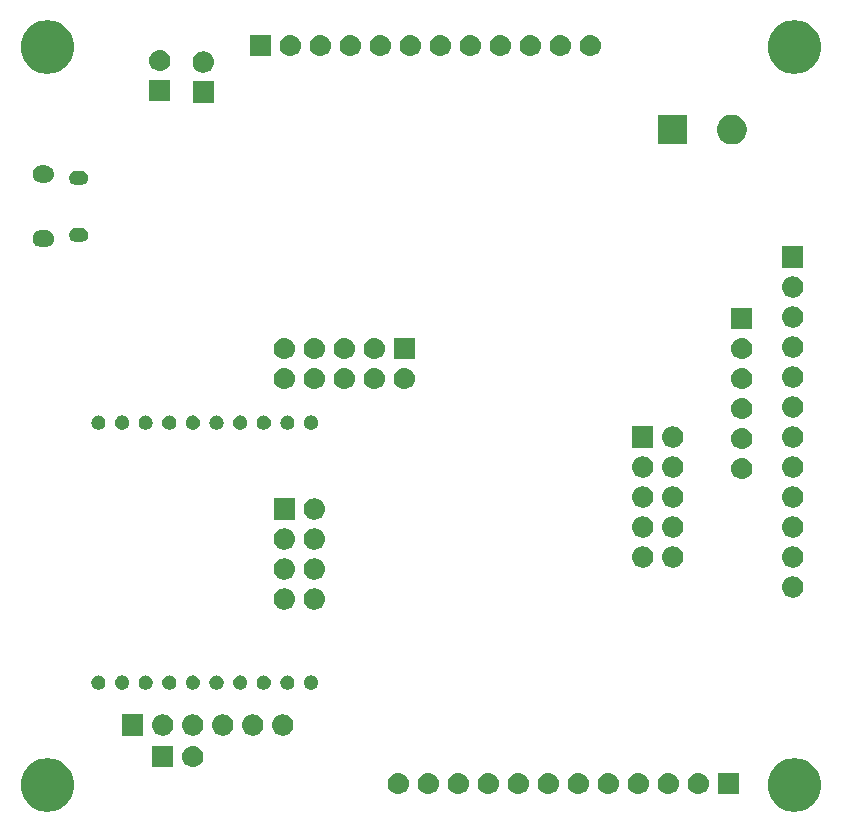
<source format=gbs>
G04 #@! TF.GenerationSoftware,KiCad,Pcbnew,(5.1.0)-1*
G04 #@! TF.CreationDate,2021-01-27T12:23:48+01:00*
G04 #@! TF.ProjectId,SmartSensor,536d6172-7453-4656-9e73-6f722e6b6963,rev?*
G04 #@! TF.SameCoordinates,Original*
G04 #@! TF.FileFunction,Soldermask,Bot*
G04 #@! TF.FilePolarity,Negative*
%FSLAX46Y46*%
G04 Gerber Fmt 4.6, Leading zero omitted, Abs format (unit mm)*
G04 Created by KiCad (PCBNEW (5.1.0)-1) date 2021-01-27 12:23:48*
%MOMM*%
%LPD*%
G04 APERTURE LIST*
%ADD10C,0.100000*%
G04 APERTURE END LIST*
D10*
G36*
X229764880Y-141650776D02*
G01*
X230145593Y-141726504D01*
X230555249Y-141896189D01*
X230923929Y-142142534D01*
X231237466Y-142456071D01*
X231483811Y-142824751D01*
X231653496Y-143234407D01*
X231740000Y-143669296D01*
X231740000Y-144112704D01*
X231653496Y-144547593D01*
X231483811Y-144957249D01*
X231237466Y-145325929D01*
X230923929Y-145639466D01*
X230555249Y-145885811D01*
X230145593Y-146055496D01*
X229764880Y-146131224D01*
X229710705Y-146142000D01*
X229267295Y-146142000D01*
X229213120Y-146131224D01*
X228832407Y-146055496D01*
X228422751Y-145885811D01*
X228054071Y-145639466D01*
X227740534Y-145325929D01*
X227494189Y-144957249D01*
X227324504Y-144547593D01*
X227238000Y-144112704D01*
X227238000Y-143669296D01*
X227324504Y-143234407D01*
X227494189Y-142824751D01*
X227740534Y-142456071D01*
X228054071Y-142142534D01*
X228422751Y-141896189D01*
X228832407Y-141726504D01*
X229213120Y-141650776D01*
X229267295Y-141640000D01*
X229710705Y-141640000D01*
X229764880Y-141650776D01*
X229764880Y-141650776D01*
G37*
G36*
X166518880Y-141650776D02*
G01*
X166899593Y-141726504D01*
X167309249Y-141896189D01*
X167677929Y-142142534D01*
X167991466Y-142456071D01*
X168237811Y-142824751D01*
X168407496Y-143234407D01*
X168494000Y-143669296D01*
X168494000Y-144112704D01*
X168407496Y-144547593D01*
X168237811Y-144957249D01*
X167991466Y-145325929D01*
X167677929Y-145639466D01*
X167309249Y-145885811D01*
X166899593Y-146055496D01*
X166518880Y-146131224D01*
X166464705Y-146142000D01*
X166021295Y-146142000D01*
X165967120Y-146131224D01*
X165586407Y-146055496D01*
X165176751Y-145885811D01*
X164808071Y-145639466D01*
X164494534Y-145325929D01*
X164248189Y-144957249D01*
X164078504Y-144547593D01*
X163992000Y-144112704D01*
X163992000Y-143669296D01*
X164078504Y-143234407D01*
X164248189Y-142824751D01*
X164494534Y-142456071D01*
X164808071Y-142142534D01*
X165176751Y-141896189D01*
X165586407Y-141726504D01*
X165967120Y-141650776D01*
X166021295Y-141640000D01*
X166464705Y-141640000D01*
X166518880Y-141650776D01*
X166518880Y-141650776D01*
G37*
G36*
X218931443Y-142869519D02*
G01*
X218997627Y-142876037D01*
X219167466Y-142927557D01*
X219323991Y-143011222D01*
X219353879Y-143035751D01*
X219461186Y-143123814D01*
X219544448Y-143225271D01*
X219573778Y-143261009D01*
X219657443Y-143417534D01*
X219708963Y-143587373D01*
X219726359Y-143764000D01*
X219708963Y-143940627D01*
X219657443Y-144110466D01*
X219573778Y-144266991D01*
X219565900Y-144276590D01*
X219461186Y-144404186D01*
X219359729Y-144487448D01*
X219323991Y-144516778D01*
X219167466Y-144600443D01*
X218997627Y-144651963D01*
X218931442Y-144658482D01*
X218865260Y-144665000D01*
X218776740Y-144665000D01*
X218710558Y-144658482D01*
X218644373Y-144651963D01*
X218474534Y-144600443D01*
X218318009Y-144516778D01*
X218282271Y-144487448D01*
X218180814Y-144404186D01*
X218076100Y-144276590D01*
X218068222Y-144266991D01*
X217984557Y-144110466D01*
X217933037Y-143940627D01*
X217915641Y-143764000D01*
X217933037Y-143587373D01*
X217984557Y-143417534D01*
X218068222Y-143261009D01*
X218097552Y-143225271D01*
X218180814Y-143123814D01*
X218288121Y-143035751D01*
X218318009Y-143011222D01*
X218474534Y-142927557D01*
X218644373Y-142876037D01*
X218710557Y-142869519D01*
X218776740Y-142863000D01*
X218865260Y-142863000D01*
X218931443Y-142869519D01*
X218931443Y-142869519D01*
G37*
G36*
X221471443Y-142869519D02*
G01*
X221537627Y-142876037D01*
X221707466Y-142927557D01*
X221863991Y-143011222D01*
X221893879Y-143035751D01*
X222001186Y-143123814D01*
X222084448Y-143225271D01*
X222113778Y-143261009D01*
X222197443Y-143417534D01*
X222248963Y-143587373D01*
X222266359Y-143764000D01*
X222248963Y-143940627D01*
X222197443Y-144110466D01*
X222113778Y-144266991D01*
X222105900Y-144276590D01*
X222001186Y-144404186D01*
X221899729Y-144487448D01*
X221863991Y-144516778D01*
X221707466Y-144600443D01*
X221537627Y-144651963D01*
X221471442Y-144658482D01*
X221405260Y-144665000D01*
X221316740Y-144665000D01*
X221250558Y-144658482D01*
X221184373Y-144651963D01*
X221014534Y-144600443D01*
X220858009Y-144516778D01*
X220822271Y-144487448D01*
X220720814Y-144404186D01*
X220616100Y-144276590D01*
X220608222Y-144266991D01*
X220524557Y-144110466D01*
X220473037Y-143940627D01*
X220455641Y-143764000D01*
X220473037Y-143587373D01*
X220524557Y-143417534D01*
X220608222Y-143261009D01*
X220637552Y-143225271D01*
X220720814Y-143123814D01*
X220828121Y-143035751D01*
X220858009Y-143011222D01*
X221014534Y-142927557D01*
X221184373Y-142876037D01*
X221250557Y-142869519D01*
X221316740Y-142863000D01*
X221405260Y-142863000D01*
X221471443Y-142869519D01*
X221471443Y-142869519D01*
G37*
G36*
X216391443Y-142869519D02*
G01*
X216457627Y-142876037D01*
X216627466Y-142927557D01*
X216783991Y-143011222D01*
X216813879Y-143035751D01*
X216921186Y-143123814D01*
X217004448Y-143225271D01*
X217033778Y-143261009D01*
X217117443Y-143417534D01*
X217168963Y-143587373D01*
X217186359Y-143764000D01*
X217168963Y-143940627D01*
X217117443Y-144110466D01*
X217033778Y-144266991D01*
X217025900Y-144276590D01*
X216921186Y-144404186D01*
X216819729Y-144487448D01*
X216783991Y-144516778D01*
X216627466Y-144600443D01*
X216457627Y-144651963D01*
X216391442Y-144658482D01*
X216325260Y-144665000D01*
X216236740Y-144665000D01*
X216170558Y-144658482D01*
X216104373Y-144651963D01*
X215934534Y-144600443D01*
X215778009Y-144516778D01*
X215742271Y-144487448D01*
X215640814Y-144404186D01*
X215536100Y-144276590D01*
X215528222Y-144266991D01*
X215444557Y-144110466D01*
X215393037Y-143940627D01*
X215375641Y-143764000D01*
X215393037Y-143587373D01*
X215444557Y-143417534D01*
X215528222Y-143261009D01*
X215557552Y-143225271D01*
X215640814Y-143123814D01*
X215748121Y-143035751D01*
X215778009Y-143011222D01*
X215934534Y-142927557D01*
X216104373Y-142876037D01*
X216170557Y-142869519D01*
X216236740Y-142863000D01*
X216325260Y-142863000D01*
X216391443Y-142869519D01*
X216391443Y-142869519D01*
G37*
G36*
X213851443Y-142869519D02*
G01*
X213917627Y-142876037D01*
X214087466Y-142927557D01*
X214243991Y-143011222D01*
X214273879Y-143035751D01*
X214381186Y-143123814D01*
X214464448Y-143225271D01*
X214493778Y-143261009D01*
X214577443Y-143417534D01*
X214628963Y-143587373D01*
X214646359Y-143764000D01*
X214628963Y-143940627D01*
X214577443Y-144110466D01*
X214493778Y-144266991D01*
X214485900Y-144276590D01*
X214381186Y-144404186D01*
X214279729Y-144487448D01*
X214243991Y-144516778D01*
X214087466Y-144600443D01*
X213917627Y-144651963D01*
X213851442Y-144658482D01*
X213785260Y-144665000D01*
X213696740Y-144665000D01*
X213630558Y-144658482D01*
X213564373Y-144651963D01*
X213394534Y-144600443D01*
X213238009Y-144516778D01*
X213202271Y-144487448D01*
X213100814Y-144404186D01*
X212996100Y-144276590D01*
X212988222Y-144266991D01*
X212904557Y-144110466D01*
X212853037Y-143940627D01*
X212835641Y-143764000D01*
X212853037Y-143587373D01*
X212904557Y-143417534D01*
X212988222Y-143261009D01*
X213017552Y-143225271D01*
X213100814Y-143123814D01*
X213208121Y-143035751D01*
X213238009Y-143011222D01*
X213394534Y-142927557D01*
X213564373Y-142876037D01*
X213630557Y-142869519D01*
X213696740Y-142863000D01*
X213785260Y-142863000D01*
X213851443Y-142869519D01*
X213851443Y-142869519D01*
G37*
G36*
X211311443Y-142869519D02*
G01*
X211377627Y-142876037D01*
X211547466Y-142927557D01*
X211703991Y-143011222D01*
X211733879Y-143035751D01*
X211841186Y-143123814D01*
X211924448Y-143225271D01*
X211953778Y-143261009D01*
X212037443Y-143417534D01*
X212088963Y-143587373D01*
X212106359Y-143764000D01*
X212088963Y-143940627D01*
X212037443Y-144110466D01*
X211953778Y-144266991D01*
X211945900Y-144276590D01*
X211841186Y-144404186D01*
X211739729Y-144487448D01*
X211703991Y-144516778D01*
X211547466Y-144600443D01*
X211377627Y-144651963D01*
X211311442Y-144658482D01*
X211245260Y-144665000D01*
X211156740Y-144665000D01*
X211090558Y-144658482D01*
X211024373Y-144651963D01*
X210854534Y-144600443D01*
X210698009Y-144516778D01*
X210662271Y-144487448D01*
X210560814Y-144404186D01*
X210456100Y-144276590D01*
X210448222Y-144266991D01*
X210364557Y-144110466D01*
X210313037Y-143940627D01*
X210295641Y-143764000D01*
X210313037Y-143587373D01*
X210364557Y-143417534D01*
X210448222Y-143261009D01*
X210477552Y-143225271D01*
X210560814Y-143123814D01*
X210668121Y-143035751D01*
X210698009Y-143011222D01*
X210854534Y-142927557D01*
X211024373Y-142876037D01*
X211090557Y-142869519D01*
X211156740Y-142863000D01*
X211245260Y-142863000D01*
X211311443Y-142869519D01*
X211311443Y-142869519D01*
G37*
G36*
X208771443Y-142869519D02*
G01*
X208837627Y-142876037D01*
X209007466Y-142927557D01*
X209163991Y-143011222D01*
X209193879Y-143035751D01*
X209301186Y-143123814D01*
X209384448Y-143225271D01*
X209413778Y-143261009D01*
X209497443Y-143417534D01*
X209548963Y-143587373D01*
X209566359Y-143764000D01*
X209548963Y-143940627D01*
X209497443Y-144110466D01*
X209413778Y-144266991D01*
X209405900Y-144276590D01*
X209301186Y-144404186D01*
X209199729Y-144487448D01*
X209163991Y-144516778D01*
X209007466Y-144600443D01*
X208837627Y-144651963D01*
X208771442Y-144658482D01*
X208705260Y-144665000D01*
X208616740Y-144665000D01*
X208550558Y-144658482D01*
X208484373Y-144651963D01*
X208314534Y-144600443D01*
X208158009Y-144516778D01*
X208122271Y-144487448D01*
X208020814Y-144404186D01*
X207916100Y-144276590D01*
X207908222Y-144266991D01*
X207824557Y-144110466D01*
X207773037Y-143940627D01*
X207755641Y-143764000D01*
X207773037Y-143587373D01*
X207824557Y-143417534D01*
X207908222Y-143261009D01*
X207937552Y-143225271D01*
X208020814Y-143123814D01*
X208128121Y-143035751D01*
X208158009Y-143011222D01*
X208314534Y-142927557D01*
X208484373Y-142876037D01*
X208550557Y-142869519D01*
X208616740Y-142863000D01*
X208705260Y-142863000D01*
X208771443Y-142869519D01*
X208771443Y-142869519D01*
G37*
G36*
X206231443Y-142869519D02*
G01*
X206297627Y-142876037D01*
X206467466Y-142927557D01*
X206623991Y-143011222D01*
X206653879Y-143035751D01*
X206761186Y-143123814D01*
X206844448Y-143225271D01*
X206873778Y-143261009D01*
X206957443Y-143417534D01*
X207008963Y-143587373D01*
X207026359Y-143764000D01*
X207008963Y-143940627D01*
X206957443Y-144110466D01*
X206873778Y-144266991D01*
X206865900Y-144276590D01*
X206761186Y-144404186D01*
X206659729Y-144487448D01*
X206623991Y-144516778D01*
X206467466Y-144600443D01*
X206297627Y-144651963D01*
X206231442Y-144658482D01*
X206165260Y-144665000D01*
X206076740Y-144665000D01*
X206010558Y-144658482D01*
X205944373Y-144651963D01*
X205774534Y-144600443D01*
X205618009Y-144516778D01*
X205582271Y-144487448D01*
X205480814Y-144404186D01*
X205376100Y-144276590D01*
X205368222Y-144266991D01*
X205284557Y-144110466D01*
X205233037Y-143940627D01*
X205215641Y-143764000D01*
X205233037Y-143587373D01*
X205284557Y-143417534D01*
X205368222Y-143261009D01*
X205397552Y-143225271D01*
X205480814Y-143123814D01*
X205588121Y-143035751D01*
X205618009Y-143011222D01*
X205774534Y-142927557D01*
X205944373Y-142876037D01*
X206010557Y-142869519D01*
X206076740Y-142863000D01*
X206165260Y-142863000D01*
X206231443Y-142869519D01*
X206231443Y-142869519D01*
G37*
G36*
X203691443Y-142869519D02*
G01*
X203757627Y-142876037D01*
X203927466Y-142927557D01*
X204083991Y-143011222D01*
X204113879Y-143035751D01*
X204221186Y-143123814D01*
X204304448Y-143225271D01*
X204333778Y-143261009D01*
X204417443Y-143417534D01*
X204468963Y-143587373D01*
X204486359Y-143764000D01*
X204468963Y-143940627D01*
X204417443Y-144110466D01*
X204333778Y-144266991D01*
X204325900Y-144276590D01*
X204221186Y-144404186D01*
X204119729Y-144487448D01*
X204083991Y-144516778D01*
X203927466Y-144600443D01*
X203757627Y-144651963D01*
X203691442Y-144658482D01*
X203625260Y-144665000D01*
X203536740Y-144665000D01*
X203470558Y-144658482D01*
X203404373Y-144651963D01*
X203234534Y-144600443D01*
X203078009Y-144516778D01*
X203042271Y-144487448D01*
X202940814Y-144404186D01*
X202836100Y-144276590D01*
X202828222Y-144266991D01*
X202744557Y-144110466D01*
X202693037Y-143940627D01*
X202675641Y-143764000D01*
X202693037Y-143587373D01*
X202744557Y-143417534D01*
X202828222Y-143261009D01*
X202857552Y-143225271D01*
X202940814Y-143123814D01*
X203048121Y-143035751D01*
X203078009Y-143011222D01*
X203234534Y-142927557D01*
X203404373Y-142876037D01*
X203470557Y-142869519D01*
X203536740Y-142863000D01*
X203625260Y-142863000D01*
X203691443Y-142869519D01*
X203691443Y-142869519D01*
G37*
G36*
X201151443Y-142869519D02*
G01*
X201217627Y-142876037D01*
X201387466Y-142927557D01*
X201543991Y-143011222D01*
X201573879Y-143035751D01*
X201681186Y-143123814D01*
X201764448Y-143225271D01*
X201793778Y-143261009D01*
X201877443Y-143417534D01*
X201928963Y-143587373D01*
X201946359Y-143764000D01*
X201928963Y-143940627D01*
X201877443Y-144110466D01*
X201793778Y-144266991D01*
X201785900Y-144276590D01*
X201681186Y-144404186D01*
X201579729Y-144487448D01*
X201543991Y-144516778D01*
X201387466Y-144600443D01*
X201217627Y-144651963D01*
X201151442Y-144658482D01*
X201085260Y-144665000D01*
X200996740Y-144665000D01*
X200930558Y-144658482D01*
X200864373Y-144651963D01*
X200694534Y-144600443D01*
X200538009Y-144516778D01*
X200502271Y-144487448D01*
X200400814Y-144404186D01*
X200296100Y-144276590D01*
X200288222Y-144266991D01*
X200204557Y-144110466D01*
X200153037Y-143940627D01*
X200135641Y-143764000D01*
X200153037Y-143587373D01*
X200204557Y-143417534D01*
X200288222Y-143261009D01*
X200317552Y-143225271D01*
X200400814Y-143123814D01*
X200508121Y-143035751D01*
X200538009Y-143011222D01*
X200694534Y-142927557D01*
X200864373Y-142876037D01*
X200930557Y-142869519D01*
X200996740Y-142863000D01*
X201085260Y-142863000D01*
X201151443Y-142869519D01*
X201151443Y-142869519D01*
G37*
G36*
X198611443Y-142869519D02*
G01*
X198677627Y-142876037D01*
X198847466Y-142927557D01*
X199003991Y-143011222D01*
X199033879Y-143035751D01*
X199141186Y-143123814D01*
X199224448Y-143225271D01*
X199253778Y-143261009D01*
X199337443Y-143417534D01*
X199388963Y-143587373D01*
X199406359Y-143764000D01*
X199388963Y-143940627D01*
X199337443Y-144110466D01*
X199253778Y-144266991D01*
X199245900Y-144276590D01*
X199141186Y-144404186D01*
X199039729Y-144487448D01*
X199003991Y-144516778D01*
X198847466Y-144600443D01*
X198677627Y-144651963D01*
X198611442Y-144658482D01*
X198545260Y-144665000D01*
X198456740Y-144665000D01*
X198390558Y-144658482D01*
X198324373Y-144651963D01*
X198154534Y-144600443D01*
X197998009Y-144516778D01*
X197962271Y-144487448D01*
X197860814Y-144404186D01*
X197756100Y-144276590D01*
X197748222Y-144266991D01*
X197664557Y-144110466D01*
X197613037Y-143940627D01*
X197595641Y-143764000D01*
X197613037Y-143587373D01*
X197664557Y-143417534D01*
X197748222Y-143261009D01*
X197777552Y-143225271D01*
X197860814Y-143123814D01*
X197968121Y-143035751D01*
X197998009Y-143011222D01*
X198154534Y-142927557D01*
X198324373Y-142876037D01*
X198390557Y-142869519D01*
X198456740Y-142863000D01*
X198545260Y-142863000D01*
X198611443Y-142869519D01*
X198611443Y-142869519D01*
G37*
G36*
X196071443Y-142869519D02*
G01*
X196137627Y-142876037D01*
X196307466Y-142927557D01*
X196463991Y-143011222D01*
X196493879Y-143035751D01*
X196601186Y-143123814D01*
X196684448Y-143225271D01*
X196713778Y-143261009D01*
X196797443Y-143417534D01*
X196848963Y-143587373D01*
X196866359Y-143764000D01*
X196848963Y-143940627D01*
X196797443Y-144110466D01*
X196713778Y-144266991D01*
X196705900Y-144276590D01*
X196601186Y-144404186D01*
X196499729Y-144487448D01*
X196463991Y-144516778D01*
X196307466Y-144600443D01*
X196137627Y-144651963D01*
X196071442Y-144658482D01*
X196005260Y-144665000D01*
X195916740Y-144665000D01*
X195850558Y-144658482D01*
X195784373Y-144651963D01*
X195614534Y-144600443D01*
X195458009Y-144516778D01*
X195422271Y-144487448D01*
X195320814Y-144404186D01*
X195216100Y-144276590D01*
X195208222Y-144266991D01*
X195124557Y-144110466D01*
X195073037Y-143940627D01*
X195055641Y-143764000D01*
X195073037Y-143587373D01*
X195124557Y-143417534D01*
X195208222Y-143261009D01*
X195237552Y-143225271D01*
X195320814Y-143123814D01*
X195428121Y-143035751D01*
X195458009Y-143011222D01*
X195614534Y-142927557D01*
X195784373Y-142876037D01*
X195850557Y-142869519D01*
X195916740Y-142863000D01*
X196005260Y-142863000D01*
X196071443Y-142869519D01*
X196071443Y-142869519D01*
G37*
G36*
X224802000Y-144665000D02*
G01*
X223000000Y-144665000D01*
X223000000Y-142863000D01*
X224802000Y-142863000D01*
X224802000Y-144665000D01*
X224802000Y-144665000D01*
G37*
G36*
X178672443Y-140583519D02*
G01*
X178738627Y-140590037D01*
X178908466Y-140641557D01*
X179064991Y-140725222D01*
X179100729Y-140754552D01*
X179202186Y-140837814D01*
X179285448Y-140939271D01*
X179314778Y-140975009D01*
X179398443Y-141131534D01*
X179449963Y-141301373D01*
X179467359Y-141478000D01*
X179449963Y-141654627D01*
X179398443Y-141824466D01*
X179314778Y-141980991D01*
X179285448Y-142016729D01*
X179202186Y-142118186D01*
X179100729Y-142201448D01*
X179064991Y-142230778D01*
X178908466Y-142314443D01*
X178738627Y-142365963D01*
X178672442Y-142372482D01*
X178606260Y-142379000D01*
X178517740Y-142379000D01*
X178451558Y-142372482D01*
X178385373Y-142365963D01*
X178215534Y-142314443D01*
X178059009Y-142230778D01*
X178023271Y-142201448D01*
X177921814Y-142118186D01*
X177838552Y-142016729D01*
X177809222Y-141980991D01*
X177725557Y-141824466D01*
X177674037Y-141654627D01*
X177656641Y-141478000D01*
X177674037Y-141301373D01*
X177725557Y-141131534D01*
X177809222Y-140975009D01*
X177838552Y-140939271D01*
X177921814Y-140837814D01*
X178023271Y-140754552D01*
X178059009Y-140725222D01*
X178215534Y-140641557D01*
X178385373Y-140590037D01*
X178451557Y-140583519D01*
X178517740Y-140577000D01*
X178606260Y-140577000D01*
X178672443Y-140583519D01*
X178672443Y-140583519D01*
G37*
G36*
X176923000Y-142379000D02*
G01*
X175121000Y-142379000D01*
X175121000Y-140577000D01*
X176923000Y-140577000D01*
X176923000Y-142379000D01*
X176923000Y-142379000D01*
G37*
G36*
X174383000Y-139712000D02*
G01*
X172581000Y-139712000D01*
X172581000Y-137910000D01*
X174383000Y-137910000D01*
X174383000Y-139712000D01*
X174383000Y-139712000D01*
G37*
G36*
X176132442Y-137916518D02*
G01*
X176198627Y-137923037D01*
X176368466Y-137974557D01*
X176524991Y-138058222D01*
X176560729Y-138087552D01*
X176662186Y-138170814D01*
X176745448Y-138272271D01*
X176774778Y-138308009D01*
X176858443Y-138464534D01*
X176909963Y-138634373D01*
X176927359Y-138811000D01*
X176909963Y-138987627D01*
X176858443Y-139157466D01*
X176774778Y-139313991D01*
X176745448Y-139349729D01*
X176662186Y-139451186D01*
X176560729Y-139534448D01*
X176524991Y-139563778D01*
X176368466Y-139647443D01*
X176198627Y-139698963D01*
X176132443Y-139705481D01*
X176066260Y-139712000D01*
X175977740Y-139712000D01*
X175911557Y-139705481D01*
X175845373Y-139698963D01*
X175675534Y-139647443D01*
X175519009Y-139563778D01*
X175483271Y-139534448D01*
X175381814Y-139451186D01*
X175298552Y-139349729D01*
X175269222Y-139313991D01*
X175185557Y-139157466D01*
X175134037Y-138987627D01*
X175116641Y-138811000D01*
X175134037Y-138634373D01*
X175185557Y-138464534D01*
X175269222Y-138308009D01*
X175298552Y-138272271D01*
X175381814Y-138170814D01*
X175483271Y-138087552D01*
X175519009Y-138058222D01*
X175675534Y-137974557D01*
X175845373Y-137923037D01*
X175911558Y-137916518D01*
X175977740Y-137910000D01*
X176066260Y-137910000D01*
X176132442Y-137916518D01*
X176132442Y-137916518D01*
G37*
G36*
X178672442Y-137916518D02*
G01*
X178738627Y-137923037D01*
X178908466Y-137974557D01*
X179064991Y-138058222D01*
X179100729Y-138087552D01*
X179202186Y-138170814D01*
X179285448Y-138272271D01*
X179314778Y-138308009D01*
X179398443Y-138464534D01*
X179449963Y-138634373D01*
X179467359Y-138811000D01*
X179449963Y-138987627D01*
X179398443Y-139157466D01*
X179314778Y-139313991D01*
X179285448Y-139349729D01*
X179202186Y-139451186D01*
X179100729Y-139534448D01*
X179064991Y-139563778D01*
X178908466Y-139647443D01*
X178738627Y-139698963D01*
X178672443Y-139705481D01*
X178606260Y-139712000D01*
X178517740Y-139712000D01*
X178451557Y-139705481D01*
X178385373Y-139698963D01*
X178215534Y-139647443D01*
X178059009Y-139563778D01*
X178023271Y-139534448D01*
X177921814Y-139451186D01*
X177838552Y-139349729D01*
X177809222Y-139313991D01*
X177725557Y-139157466D01*
X177674037Y-138987627D01*
X177656641Y-138811000D01*
X177674037Y-138634373D01*
X177725557Y-138464534D01*
X177809222Y-138308009D01*
X177838552Y-138272271D01*
X177921814Y-138170814D01*
X178023271Y-138087552D01*
X178059009Y-138058222D01*
X178215534Y-137974557D01*
X178385373Y-137923037D01*
X178451558Y-137916518D01*
X178517740Y-137910000D01*
X178606260Y-137910000D01*
X178672442Y-137916518D01*
X178672442Y-137916518D01*
G37*
G36*
X181212442Y-137916518D02*
G01*
X181278627Y-137923037D01*
X181448466Y-137974557D01*
X181604991Y-138058222D01*
X181640729Y-138087552D01*
X181742186Y-138170814D01*
X181825448Y-138272271D01*
X181854778Y-138308009D01*
X181938443Y-138464534D01*
X181989963Y-138634373D01*
X182007359Y-138811000D01*
X181989963Y-138987627D01*
X181938443Y-139157466D01*
X181854778Y-139313991D01*
X181825448Y-139349729D01*
X181742186Y-139451186D01*
X181640729Y-139534448D01*
X181604991Y-139563778D01*
X181448466Y-139647443D01*
X181278627Y-139698963D01*
X181212443Y-139705481D01*
X181146260Y-139712000D01*
X181057740Y-139712000D01*
X180991557Y-139705481D01*
X180925373Y-139698963D01*
X180755534Y-139647443D01*
X180599009Y-139563778D01*
X180563271Y-139534448D01*
X180461814Y-139451186D01*
X180378552Y-139349729D01*
X180349222Y-139313991D01*
X180265557Y-139157466D01*
X180214037Y-138987627D01*
X180196641Y-138811000D01*
X180214037Y-138634373D01*
X180265557Y-138464534D01*
X180349222Y-138308009D01*
X180378552Y-138272271D01*
X180461814Y-138170814D01*
X180563271Y-138087552D01*
X180599009Y-138058222D01*
X180755534Y-137974557D01*
X180925373Y-137923037D01*
X180991558Y-137916518D01*
X181057740Y-137910000D01*
X181146260Y-137910000D01*
X181212442Y-137916518D01*
X181212442Y-137916518D01*
G37*
G36*
X183752442Y-137916518D02*
G01*
X183818627Y-137923037D01*
X183988466Y-137974557D01*
X184144991Y-138058222D01*
X184180729Y-138087552D01*
X184282186Y-138170814D01*
X184365448Y-138272271D01*
X184394778Y-138308009D01*
X184478443Y-138464534D01*
X184529963Y-138634373D01*
X184547359Y-138811000D01*
X184529963Y-138987627D01*
X184478443Y-139157466D01*
X184394778Y-139313991D01*
X184365448Y-139349729D01*
X184282186Y-139451186D01*
X184180729Y-139534448D01*
X184144991Y-139563778D01*
X183988466Y-139647443D01*
X183818627Y-139698963D01*
X183752443Y-139705481D01*
X183686260Y-139712000D01*
X183597740Y-139712000D01*
X183531557Y-139705481D01*
X183465373Y-139698963D01*
X183295534Y-139647443D01*
X183139009Y-139563778D01*
X183103271Y-139534448D01*
X183001814Y-139451186D01*
X182918552Y-139349729D01*
X182889222Y-139313991D01*
X182805557Y-139157466D01*
X182754037Y-138987627D01*
X182736641Y-138811000D01*
X182754037Y-138634373D01*
X182805557Y-138464534D01*
X182889222Y-138308009D01*
X182918552Y-138272271D01*
X183001814Y-138170814D01*
X183103271Y-138087552D01*
X183139009Y-138058222D01*
X183295534Y-137974557D01*
X183465373Y-137923037D01*
X183531558Y-137916518D01*
X183597740Y-137910000D01*
X183686260Y-137910000D01*
X183752442Y-137916518D01*
X183752442Y-137916518D01*
G37*
G36*
X186292442Y-137916518D02*
G01*
X186358627Y-137923037D01*
X186528466Y-137974557D01*
X186684991Y-138058222D01*
X186720729Y-138087552D01*
X186822186Y-138170814D01*
X186905448Y-138272271D01*
X186934778Y-138308009D01*
X187018443Y-138464534D01*
X187069963Y-138634373D01*
X187087359Y-138811000D01*
X187069963Y-138987627D01*
X187018443Y-139157466D01*
X186934778Y-139313991D01*
X186905448Y-139349729D01*
X186822186Y-139451186D01*
X186720729Y-139534448D01*
X186684991Y-139563778D01*
X186528466Y-139647443D01*
X186358627Y-139698963D01*
X186292443Y-139705481D01*
X186226260Y-139712000D01*
X186137740Y-139712000D01*
X186071557Y-139705481D01*
X186005373Y-139698963D01*
X185835534Y-139647443D01*
X185679009Y-139563778D01*
X185643271Y-139534448D01*
X185541814Y-139451186D01*
X185458552Y-139349729D01*
X185429222Y-139313991D01*
X185345557Y-139157466D01*
X185294037Y-138987627D01*
X185276641Y-138811000D01*
X185294037Y-138634373D01*
X185345557Y-138464534D01*
X185429222Y-138308009D01*
X185458552Y-138272271D01*
X185541814Y-138170814D01*
X185643271Y-138087552D01*
X185679009Y-138058222D01*
X185835534Y-137974557D01*
X186005373Y-137923037D01*
X186071558Y-137916518D01*
X186137740Y-137910000D01*
X186226260Y-137910000D01*
X186292442Y-137916518D01*
X186292442Y-137916518D01*
G37*
G36*
X176712601Y-134620397D02*
G01*
X176751305Y-134628096D01*
X176783340Y-134641365D01*
X176860680Y-134673400D01*
X176959115Y-134739173D01*
X177042827Y-134822885D01*
X177108600Y-134921320D01*
X177153904Y-135030696D01*
X177177000Y-135146805D01*
X177177000Y-135265195D01*
X177153904Y-135381304D01*
X177108600Y-135490680D01*
X177042827Y-135589115D01*
X176959115Y-135672827D01*
X176860680Y-135738600D01*
X176783340Y-135770635D01*
X176751305Y-135783904D01*
X176712601Y-135791603D01*
X176635195Y-135807000D01*
X176516805Y-135807000D01*
X176439399Y-135791603D01*
X176400695Y-135783904D01*
X176368660Y-135770635D01*
X176291320Y-135738600D01*
X176192885Y-135672827D01*
X176109173Y-135589115D01*
X176043400Y-135490680D01*
X175998096Y-135381304D01*
X175975000Y-135265195D01*
X175975000Y-135146805D01*
X175998096Y-135030696D01*
X176043400Y-134921320D01*
X176109173Y-134822885D01*
X176192885Y-134739173D01*
X176291320Y-134673400D01*
X176368660Y-134641365D01*
X176400695Y-134628096D01*
X176439399Y-134620397D01*
X176516805Y-134605000D01*
X176635195Y-134605000D01*
X176712601Y-134620397D01*
X176712601Y-134620397D01*
G37*
G36*
X174712601Y-134620397D02*
G01*
X174751305Y-134628096D01*
X174783340Y-134641365D01*
X174860680Y-134673400D01*
X174959115Y-134739173D01*
X175042827Y-134822885D01*
X175108600Y-134921320D01*
X175153904Y-135030696D01*
X175177000Y-135146805D01*
X175177000Y-135265195D01*
X175153904Y-135381304D01*
X175108600Y-135490680D01*
X175042827Y-135589115D01*
X174959115Y-135672827D01*
X174860680Y-135738600D01*
X174783340Y-135770635D01*
X174751305Y-135783904D01*
X174712601Y-135791603D01*
X174635195Y-135807000D01*
X174516805Y-135807000D01*
X174439399Y-135791603D01*
X174400695Y-135783904D01*
X174368660Y-135770635D01*
X174291320Y-135738600D01*
X174192885Y-135672827D01*
X174109173Y-135589115D01*
X174043400Y-135490680D01*
X173998096Y-135381304D01*
X173975000Y-135265195D01*
X173975000Y-135146805D01*
X173998096Y-135030696D01*
X174043400Y-134921320D01*
X174109173Y-134822885D01*
X174192885Y-134739173D01*
X174291320Y-134673400D01*
X174368660Y-134641365D01*
X174400695Y-134628096D01*
X174439399Y-134620397D01*
X174516805Y-134605000D01*
X174635195Y-134605000D01*
X174712601Y-134620397D01*
X174712601Y-134620397D01*
G37*
G36*
X172712601Y-134620397D02*
G01*
X172751305Y-134628096D01*
X172783340Y-134641365D01*
X172860680Y-134673400D01*
X172959115Y-134739173D01*
X173042827Y-134822885D01*
X173108600Y-134921320D01*
X173153904Y-135030696D01*
X173177000Y-135146805D01*
X173177000Y-135265195D01*
X173153904Y-135381304D01*
X173108600Y-135490680D01*
X173042827Y-135589115D01*
X172959115Y-135672827D01*
X172860680Y-135738600D01*
X172783340Y-135770635D01*
X172751305Y-135783904D01*
X172712601Y-135791603D01*
X172635195Y-135807000D01*
X172516805Y-135807000D01*
X172439399Y-135791603D01*
X172400695Y-135783904D01*
X172368660Y-135770635D01*
X172291320Y-135738600D01*
X172192885Y-135672827D01*
X172109173Y-135589115D01*
X172043400Y-135490680D01*
X171998096Y-135381304D01*
X171975000Y-135265195D01*
X171975000Y-135146805D01*
X171998096Y-135030696D01*
X172043400Y-134921320D01*
X172109173Y-134822885D01*
X172192885Y-134739173D01*
X172291320Y-134673400D01*
X172368660Y-134641365D01*
X172400695Y-134628096D01*
X172439399Y-134620397D01*
X172516805Y-134605000D01*
X172635195Y-134605000D01*
X172712601Y-134620397D01*
X172712601Y-134620397D01*
G37*
G36*
X170712601Y-134620397D02*
G01*
X170751305Y-134628096D01*
X170783340Y-134641365D01*
X170860680Y-134673400D01*
X170959115Y-134739173D01*
X171042827Y-134822885D01*
X171108600Y-134921320D01*
X171153904Y-135030696D01*
X171177000Y-135146805D01*
X171177000Y-135265195D01*
X171153904Y-135381304D01*
X171108600Y-135490680D01*
X171042827Y-135589115D01*
X170959115Y-135672827D01*
X170860680Y-135738600D01*
X170783340Y-135770635D01*
X170751305Y-135783904D01*
X170712601Y-135791603D01*
X170635195Y-135807000D01*
X170516805Y-135807000D01*
X170439399Y-135791603D01*
X170400695Y-135783904D01*
X170368660Y-135770635D01*
X170291320Y-135738600D01*
X170192885Y-135672827D01*
X170109173Y-135589115D01*
X170043400Y-135490680D01*
X169998096Y-135381304D01*
X169975000Y-135265195D01*
X169975000Y-135146805D01*
X169998096Y-135030696D01*
X170043400Y-134921320D01*
X170109173Y-134822885D01*
X170192885Y-134739173D01*
X170291320Y-134673400D01*
X170368660Y-134641365D01*
X170400695Y-134628096D01*
X170439399Y-134620397D01*
X170516805Y-134605000D01*
X170635195Y-134605000D01*
X170712601Y-134620397D01*
X170712601Y-134620397D01*
G37*
G36*
X180712601Y-134620397D02*
G01*
X180751305Y-134628096D01*
X180783340Y-134641365D01*
X180860680Y-134673400D01*
X180959115Y-134739173D01*
X181042827Y-134822885D01*
X181108600Y-134921320D01*
X181153904Y-135030696D01*
X181177000Y-135146805D01*
X181177000Y-135265195D01*
X181153904Y-135381304D01*
X181108600Y-135490680D01*
X181042827Y-135589115D01*
X180959115Y-135672827D01*
X180860680Y-135738600D01*
X180783340Y-135770635D01*
X180751305Y-135783904D01*
X180712601Y-135791603D01*
X180635195Y-135807000D01*
X180516805Y-135807000D01*
X180439399Y-135791603D01*
X180400695Y-135783904D01*
X180368660Y-135770635D01*
X180291320Y-135738600D01*
X180192885Y-135672827D01*
X180109173Y-135589115D01*
X180043400Y-135490680D01*
X179998096Y-135381304D01*
X179975000Y-135265195D01*
X179975000Y-135146805D01*
X179998096Y-135030696D01*
X180043400Y-134921320D01*
X180109173Y-134822885D01*
X180192885Y-134739173D01*
X180291320Y-134673400D01*
X180368660Y-134641365D01*
X180400695Y-134628096D01*
X180439399Y-134620397D01*
X180516805Y-134605000D01*
X180635195Y-134605000D01*
X180712601Y-134620397D01*
X180712601Y-134620397D01*
G37*
G36*
X186712601Y-134620397D02*
G01*
X186751305Y-134628096D01*
X186783340Y-134641365D01*
X186860680Y-134673400D01*
X186959115Y-134739173D01*
X187042827Y-134822885D01*
X187108600Y-134921320D01*
X187153904Y-135030696D01*
X187177000Y-135146805D01*
X187177000Y-135265195D01*
X187153904Y-135381304D01*
X187108600Y-135490680D01*
X187042827Y-135589115D01*
X186959115Y-135672827D01*
X186860680Y-135738600D01*
X186783340Y-135770635D01*
X186751305Y-135783904D01*
X186712601Y-135791603D01*
X186635195Y-135807000D01*
X186516805Y-135807000D01*
X186439399Y-135791603D01*
X186400695Y-135783904D01*
X186368660Y-135770635D01*
X186291320Y-135738600D01*
X186192885Y-135672827D01*
X186109173Y-135589115D01*
X186043400Y-135490680D01*
X185998096Y-135381304D01*
X185975000Y-135265195D01*
X185975000Y-135146805D01*
X185998096Y-135030696D01*
X186043400Y-134921320D01*
X186109173Y-134822885D01*
X186192885Y-134739173D01*
X186291320Y-134673400D01*
X186368660Y-134641365D01*
X186400695Y-134628096D01*
X186439399Y-134620397D01*
X186516805Y-134605000D01*
X186635195Y-134605000D01*
X186712601Y-134620397D01*
X186712601Y-134620397D01*
G37*
G36*
X188712601Y-134620397D02*
G01*
X188751305Y-134628096D01*
X188783340Y-134641365D01*
X188860680Y-134673400D01*
X188959115Y-134739173D01*
X189042827Y-134822885D01*
X189108600Y-134921320D01*
X189153904Y-135030696D01*
X189177000Y-135146805D01*
X189177000Y-135265195D01*
X189153904Y-135381304D01*
X189108600Y-135490680D01*
X189042827Y-135589115D01*
X188959115Y-135672827D01*
X188860680Y-135738600D01*
X188783340Y-135770635D01*
X188751305Y-135783904D01*
X188712601Y-135791603D01*
X188635195Y-135807000D01*
X188516805Y-135807000D01*
X188439399Y-135791603D01*
X188400695Y-135783904D01*
X188368660Y-135770635D01*
X188291320Y-135738600D01*
X188192885Y-135672827D01*
X188109173Y-135589115D01*
X188043400Y-135490680D01*
X187998096Y-135381304D01*
X187975000Y-135265195D01*
X187975000Y-135146805D01*
X187998096Y-135030696D01*
X188043400Y-134921320D01*
X188109173Y-134822885D01*
X188192885Y-134739173D01*
X188291320Y-134673400D01*
X188368660Y-134641365D01*
X188400695Y-134628096D01*
X188439399Y-134620397D01*
X188516805Y-134605000D01*
X188635195Y-134605000D01*
X188712601Y-134620397D01*
X188712601Y-134620397D01*
G37*
G36*
X178712601Y-134620397D02*
G01*
X178751305Y-134628096D01*
X178783340Y-134641365D01*
X178860680Y-134673400D01*
X178959115Y-134739173D01*
X179042827Y-134822885D01*
X179108600Y-134921320D01*
X179153904Y-135030696D01*
X179177000Y-135146805D01*
X179177000Y-135265195D01*
X179153904Y-135381304D01*
X179108600Y-135490680D01*
X179042827Y-135589115D01*
X178959115Y-135672827D01*
X178860680Y-135738600D01*
X178783340Y-135770635D01*
X178751305Y-135783904D01*
X178712601Y-135791603D01*
X178635195Y-135807000D01*
X178516805Y-135807000D01*
X178439399Y-135791603D01*
X178400695Y-135783904D01*
X178368660Y-135770635D01*
X178291320Y-135738600D01*
X178192885Y-135672827D01*
X178109173Y-135589115D01*
X178043400Y-135490680D01*
X177998096Y-135381304D01*
X177975000Y-135265195D01*
X177975000Y-135146805D01*
X177998096Y-135030696D01*
X178043400Y-134921320D01*
X178109173Y-134822885D01*
X178192885Y-134739173D01*
X178291320Y-134673400D01*
X178368660Y-134641365D01*
X178400695Y-134628096D01*
X178439399Y-134620397D01*
X178516805Y-134605000D01*
X178635195Y-134605000D01*
X178712601Y-134620397D01*
X178712601Y-134620397D01*
G37*
G36*
X182712601Y-134620397D02*
G01*
X182751305Y-134628096D01*
X182783340Y-134641365D01*
X182860680Y-134673400D01*
X182959115Y-134739173D01*
X183042827Y-134822885D01*
X183108600Y-134921320D01*
X183153904Y-135030696D01*
X183177000Y-135146805D01*
X183177000Y-135265195D01*
X183153904Y-135381304D01*
X183108600Y-135490680D01*
X183042827Y-135589115D01*
X182959115Y-135672827D01*
X182860680Y-135738600D01*
X182783340Y-135770635D01*
X182751305Y-135783904D01*
X182712601Y-135791603D01*
X182635195Y-135807000D01*
X182516805Y-135807000D01*
X182439399Y-135791603D01*
X182400695Y-135783904D01*
X182368660Y-135770635D01*
X182291320Y-135738600D01*
X182192885Y-135672827D01*
X182109173Y-135589115D01*
X182043400Y-135490680D01*
X181998096Y-135381304D01*
X181975000Y-135265195D01*
X181975000Y-135146805D01*
X181998096Y-135030696D01*
X182043400Y-134921320D01*
X182109173Y-134822885D01*
X182192885Y-134739173D01*
X182291320Y-134673400D01*
X182368660Y-134641365D01*
X182400695Y-134628096D01*
X182439399Y-134620397D01*
X182516805Y-134605000D01*
X182635195Y-134605000D01*
X182712601Y-134620397D01*
X182712601Y-134620397D01*
G37*
G36*
X184712601Y-134620397D02*
G01*
X184751305Y-134628096D01*
X184783340Y-134641365D01*
X184860680Y-134673400D01*
X184959115Y-134739173D01*
X185042827Y-134822885D01*
X185108600Y-134921320D01*
X185153904Y-135030696D01*
X185177000Y-135146805D01*
X185177000Y-135265195D01*
X185153904Y-135381304D01*
X185108600Y-135490680D01*
X185042827Y-135589115D01*
X184959115Y-135672827D01*
X184860680Y-135738600D01*
X184783340Y-135770635D01*
X184751305Y-135783904D01*
X184712601Y-135791603D01*
X184635195Y-135807000D01*
X184516805Y-135807000D01*
X184439399Y-135791603D01*
X184400695Y-135783904D01*
X184368660Y-135770635D01*
X184291320Y-135738600D01*
X184192885Y-135672827D01*
X184109173Y-135589115D01*
X184043400Y-135490680D01*
X183998096Y-135381304D01*
X183975000Y-135265195D01*
X183975000Y-135146805D01*
X183998096Y-135030696D01*
X184043400Y-134921320D01*
X184109173Y-134822885D01*
X184192885Y-134739173D01*
X184291320Y-134673400D01*
X184368660Y-134641365D01*
X184400695Y-134628096D01*
X184439399Y-134620397D01*
X184516805Y-134605000D01*
X184635195Y-134605000D01*
X184712601Y-134620397D01*
X184712601Y-134620397D01*
G37*
G36*
X188959443Y-127248519D02*
G01*
X189025627Y-127255037D01*
X189195466Y-127306557D01*
X189351991Y-127390222D01*
X189387729Y-127419552D01*
X189489186Y-127502814D01*
X189572448Y-127604271D01*
X189601778Y-127640009D01*
X189685443Y-127796534D01*
X189736963Y-127966373D01*
X189754359Y-128143000D01*
X189736963Y-128319627D01*
X189685443Y-128489466D01*
X189601778Y-128645991D01*
X189572448Y-128681729D01*
X189489186Y-128783186D01*
X189387729Y-128866448D01*
X189351991Y-128895778D01*
X189195466Y-128979443D01*
X189025627Y-129030963D01*
X188959442Y-129037482D01*
X188893260Y-129044000D01*
X188804740Y-129044000D01*
X188738558Y-129037482D01*
X188672373Y-129030963D01*
X188502534Y-128979443D01*
X188346009Y-128895778D01*
X188310271Y-128866448D01*
X188208814Y-128783186D01*
X188125552Y-128681729D01*
X188096222Y-128645991D01*
X188012557Y-128489466D01*
X187961037Y-128319627D01*
X187943641Y-128143000D01*
X187961037Y-127966373D01*
X188012557Y-127796534D01*
X188096222Y-127640009D01*
X188125552Y-127604271D01*
X188208814Y-127502814D01*
X188310271Y-127419552D01*
X188346009Y-127390222D01*
X188502534Y-127306557D01*
X188672373Y-127255037D01*
X188738557Y-127248519D01*
X188804740Y-127242000D01*
X188893260Y-127242000D01*
X188959443Y-127248519D01*
X188959443Y-127248519D01*
G37*
G36*
X186419443Y-127248519D02*
G01*
X186485627Y-127255037D01*
X186655466Y-127306557D01*
X186811991Y-127390222D01*
X186847729Y-127419552D01*
X186949186Y-127502814D01*
X187032448Y-127604271D01*
X187061778Y-127640009D01*
X187145443Y-127796534D01*
X187196963Y-127966373D01*
X187214359Y-128143000D01*
X187196963Y-128319627D01*
X187145443Y-128489466D01*
X187061778Y-128645991D01*
X187032448Y-128681729D01*
X186949186Y-128783186D01*
X186847729Y-128866448D01*
X186811991Y-128895778D01*
X186655466Y-128979443D01*
X186485627Y-129030963D01*
X186419442Y-129037482D01*
X186353260Y-129044000D01*
X186264740Y-129044000D01*
X186198558Y-129037482D01*
X186132373Y-129030963D01*
X185962534Y-128979443D01*
X185806009Y-128895778D01*
X185770271Y-128866448D01*
X185668814Y-128783186D01*
X185585552Y-128681729D01*
X185556222Y-128645991D01*
X185472557Y-128489466D01*
X185421037Y-128319627D01*
X185403641Y-128143000D01*
X185421037Y-127966373D01*
X185472557Y-127796534D01*
X185556222Y-127640009D01*
X185585552Y-127604271D01*
X185668814Y-127502814D01*
X185770271Y-127419552D01*
X185806009Y-127390222D01*
X185962534Y-127306557D01*
X186132373Y-127255037D01*
X186198557Y-127248519D01*
X186264740Y-127242000D01*
X186353260Y-127242000D01*
X186419443Y-127248519D01*
X186419443Y-127248519D01*
G37*
G36*
X229472442Y-126232518D02*
G01*
X229538627Y-126239037D01*
X229708466Y-126290557D01*
X229864991Y-126374222D01*
X229900729Y-126403552D01*
X230002186Y-126486814D01*
X230085448Y-126588271D01*
X230114778Y-126624009D01*
X230198443Y-126780534D01*
X230249963Y-126950373D01*
X230267359Y-127127000D01*
X230249963Y-127303627D01*
X230198443Y-127473466D01*
X230114778Y-127629991D01*
X230085448Y-127665729D01*
X230002186Y-127767186D01*
X229900729Y-127850448D01*
X229864991Y-127879778D01*
X229708466Y-127963443D01*
X229538627Y-128014963D01*
X229472442Y-128021482D01*
X229406260Y-128028000D01*
X229317740Y-128028000D01*
X229251558Y-128021482D01*
X229185373Y-128014963D01*
X229015534Y-127963443D01*
X228859009Y-127879778D01*
X228823271Y-127850448D01*
X228721814Y-127767186D01*
X228638552Y-127665729D01*
X228609222Y-127629991D01*
X228525557Y-127473466D01*
X228474037Y-127303627D01*
X228456641Y-127127000D01*
X228474037Y-126950373D01*
X228525557Y-126780534D01*
X228609222Y-126624009D01*
X228638552Y-126588271D01*
X228721814Y-126486814D01*
X228823271Y-126403552D01*
X228859009Y-126374222D01*
X229015534Y-126290557D01*
X229185373Y-126239037D01*
X229251558Y-126232518D01*
X229317740Y-126226000D01*
X229406260Y-126226000D01*
X229472442Y-126232518D01*
X229472442Y-126232518D01*
G37*
G36*
X188959442Y-124708518D02*
G01*
X189025627Y-124715037D01*
X189195466Y-124766557D01*
X189351991Y-124850222D01*
X189387729Y-124879552D01*
X189489186Y-124962814D01*
X189572448Y-125064271D01*
X189601778Y-125100009D01*
X189685443Y-125256534D01*
X189736963Y-125426373D01*
X189754359Y-125603000D01*
X189736963Y-125779627D01*
X189685443Y-125949466D01*
X189601778Y-126105991D01*
X189572448Y-126141729D01*
X189489186Y-126243186D01*
X189387729Y-126326448D01*
X189351991Y-126355778D01*
X189195466Y-126439443D01*
X189025627Y-126490963D01*
X188959442Y-126497482D01*
X188893260Y-126504000D01*
X188804740Y-126504000D01*
X188738558Y-126497482D01*
X188672373Y-126490963D01*
X188502534Y-126439443D01*
X188346009Y-126355778D01*
X188310271Y-126326448D01*
X188208814Y-126243186D01*
X188125552Y-126141729D01*
X188096222Y-126105991D01*
X188012557Y-125949466D01*
X187961037Y-125779627D01*
X187943641Y-125603000D01*
X187961037Y-125426373D01*
X188012557Y-125256534D01*
X188096222Y-125100009D01*
X188125552Y-125064271D01*
X188208814Y-124962814D01*
X188310271Y-124879552D01*
X188346009Y-124850222D01*
X188502534Y-124766557D01*
X188672373Y-124715037D01*
X188738558Y-124708518D01*
X188804740Y-124702000D01*
X188893260Y-124702000D01*
X188959442Y-124708518D01*
X188959442Y-124708518D01*
G37*
G36*
X186419442Y-124708518D02*
G01*
X186485627Y-124715037D01*
X186655466Y-124766557D01*
X186811991Y-124850222D01*
X186847729Y-124879552D01*
X186949186Y-124962814D01*
X187032448Y-125064271D01*
X187061778Y-125100009D01*
X187145443Y-125256534D01*
X187196963Y-125426373D01*
X187214359Y-125603000D01*
X187196963Y-125779627D01*
X187145443Y-125949466D01*
X187061778Y-126105991D01*
X187032448Y-126141729D01*
X186949186Y-126243186D01*
X186847729Y-126326448D01*
X186811991Y-126355778D01*
X186655466Y-126439443D01*
X186485627Y-126490963D01*
X186419442Y-126497482D01*
X186353260Y-126504000D01*
X186264740Y-126504000D01*
X186198558Y-126497482D01*
X186132373Y-126490963D01*
X185962534Y-126439443D01*
X185806009Y-126355778D01*
X185770271Y-126326448D01*
X185668814Y-126243186D01*
X185585552Y-126141729D01*
X185556222Y-126105991D01*
X185472557Y-125949466D01*
X185421037Y-125779627D01*
X185403641Y-125603000D01*
X185421037Y-125426373D01*
X185472557Y-125256534D01*
X185556222Y-125100009D01*
X185585552Y-125064271D01*
X185668814Y-124962814D01*
X185770271Y-124879552D01*
X185806009Y-124850222D01*
X185962534Y-124766557D01*
X186132373Y-124715037D01*
X186198558Y-124708518D01*
X186264740Y-124702000D01*
X186353260Y-124702000D01*
X186419442Y-124708518D01*
X186419442Y-124708518D01*
G37*
G36*
X229472443Y-123692519D02*
G01*
X229538627Y-123699037D01*
X229708466Y-123750557D01*
X229864991Y-123834222D01*
X229900729Y-123863552D01*
X230002186Y-123946814D01*
X230085448Y-124048271D01*
X230114778Y-124084009D01*
X230198443Y-124240534D01*
X230249963Y-124410373D01*
X230267359Y-124587000D01*
X230249963Y-124763627D01*
X230198443Y-124933466D01*
X230114778Y-125089991D01*
X230085448Y-125125729D01*
X230002186Y-125227186D01*
X229900729Y-125310448D01*
X229864991Y-125339778D01*
X229708466Y-125423443D01*
X229538627Y-125474963D01*
X229472442Y-125481482D01*
X229406260Y-125488000D01*
X229317740Y-125488000D01*
X229251558Y-125481482D01*
X229185373Y-125474963D01*
X229015534Y-125423443D01*
X228859009Y-125339778D01*
X228823271Y-125310448D01*
X228721814Y-125227186D01*
X228638552Y-125125729D01*
X228609222Y-125089991D01*
X228525557Y-124933466D01*
X228474037Y-124763627D01*
X228456641Y-124587000D01*
X228474037Y-124410373D01*
X228525557Y-124240534D01*
X228609222Y-124084009D01*
X228638552Y-124048271D01*
X228721814Y-123946814D01*
X228823271Y-123863552D01*
X228859009Y-123834222D01*
X229015534Y-123750557D01*
X229185373Y-123699037D01*
X229251557Y-123692519D01*
X229317740Y-123686000D01*
X229406260Y-123686000D01*
X229472443Y-123692519D01*
X229472443Y-123692519D01*
G37*
G36*
X219312443Y-123692519D02*
G01*
X219378627Y-123699037D01*
X219548466Y-123750557D01*
X219704991Y-123834222D01*
X219740729Y-123863552D01*
X219842186Y-123946814D01*
X219925448Y-124048271D01*
X219954778Y-124084009D01*
X220038443Y-124240534D01*
X220089963Y-124410373D01*
X220107359Y-124587000D01*
X220089963Y-124763627D01*
X220038443Y-124933466D01*
X219954778Y-125089991D01*
X219925448Y-125125729D01*
X219842186Y-125227186D01*
X219740729Y-125310448D01*
X219704991Y-125339778D01*
X219548466Y-125423443D01*
X219378627Y-125474963D01*
X219312442Y-125481482D01*
X219246260Y-125488000D01*
X219157740Y-125488000D01*
X219091558Y-125481482D01*
X219025373Y-125474963D01*
X218855534Y-125423443D01*
X218699009Y-125339778D01*
X218663271Y-125310448D01*
X218561814Y-125227186D01*
X218478552Y-125125729D01*
X218449222Y-125089991D01*
X218365557Y-124933466D01*
X218314037Y-124763627D01*
X218296641Y-124587000D01*
X218314037Y-124410373D01*
X218365557Y-124240534D01*
X218449222Y-124084009D01*
X218478552Y-124048271D01*
X218561814Y-123946814D01*
X218663271Y-123863552D01*
X218699009Y-123834222D01*
X218855534Y-123750557D01*
X219025373Y-123699037D01*
X219091557Y-123692519D01*
X219157740Y-123686000D01*
X219246260Y-123686000D01*
X219312443Y-123692519D01*
X219312443Y-123692519D01*
G37*
G36*
X216772443Y-123692519D02*
G01*
X216838627Y-123699037D01*
X217008466Y-123750557D01*
X217164991Y-123834222D01*
X217200729Y-123863552D01*
X217302186Y-123946814D01*
X217385448Y-124048271D01*
X217414778Y-124084009D01*
X217498443Y-124240534D01*
X217549963Y-124410373D01*
X217567359Y-124587000D01*
X217549963Y-124763627D01*
X217498443Y-124933466D01*
X217414778Y-125089991D01*
X217385448Y-125125729D01*
X217302186Y-125227186D01*
X217200729Y-125310448D01*
X217164991Y-125339778D01*
X217008466Y-125423443D01*
X216838627Y-125474963D01*
X216772442Y-125481482D01*
X216706260Y-125488000D01*
X216617740Y-125488000D01*
X216551558Y-125481482D01*
X216485373Y-125474963D01*
X216315534Y-125423443D01*
X216159009Y-125339778D01*
X216123271Y-125310448D01*
X216021814Y-125227186D01*
X215938552Y-125125729D01*
X215909222Y-125089991D01*
X215825557Y-124933466D01*
X215774037Y-124763627D01*
X215756641Y-124587000D01*
X215774037Y-124410373D01*
X215825557Y-124240534D01*
X215909222Y-124084009D01*
X215938552Y-124048271D01*
X216021814Y-123946814D01*
X216123271Y-123863552D01*
X216159009Y-123834222D01*
X216315534Y-123750557D01*
X216485373Y-123699037D01*
X216551557Y-123692519D01*
X216617740Y-123686000D01*
X216706260Y-123686000D01*
X216772443Y-123692519D01*
X216772443Y-123692519D01*
G37*
G36*
X188959442Y-122168518D02*
G01*
X189025627Y-122175037D01*
X189195466Y-122226557D01*
X189351991Y-122310222D01*
X189387729Y-122339552D01*
X189489186Y-122422814D01*
X189572448Y-122524271D01*
X189601778Y-122560009D01*
X189685443Y-122716534D01*
X189736963Y-122886373D01*
X189754359Y-123063000D01*
X189736963Y-123239627D01*
X189685443Y-123409466D01*
X189601778Y-123565991D01*
X189572448Y-123601729D01*
X189489186Y-123703186D01*
X189387729Y-123786448D01*
X189351991Y-123815778D01*
X189195466Y-123899443D01*
X189025627Y-123950963D01*
X188959443Y-123957481D01*
X188893260Y-123964000D01*
X188804740Y-123964000D01*
X188738557Y-123957481D01*
X188672373Y-123950963D01*
X188502534Y-123899443D01*
X188346009Y-123815778D01*
X188310271Y-123786448D01*
X188208814Y-123703186D01*
X188125552Y-123601729D01*
X188096222Y-123565991D01*
X188012557Y-123409466D01*
X187961037Y-123239627D01*
X187943641Y-123063000D01*
X187961037Y-122886373D01*
X188012557Y-122716534D01*
X188096222Y-122560009D01*
X188125552Y-122524271D01*
X188208814Y-122422814D01*
X188310271Y-122339552D01*
X188346009Y-122310222D01*
X188502534Y-122226557D01*
X188672373Y-122175037D01*
X188738558Y-122168518D01*
X188804740Y-122162000D01*
X188893260Y-122162000D01*
X188959442Y-122168518D01*
X188959442Y-122168518D01*
G37*
G36*
X186419442Y-122168518D02*
G01*
X186485627Y-122175037D01*
X186655466Y-122226557D01*
X186811991Y-122310222D01*
X186847729Y-122339552D01*
X186949186Y-122422814D01*
X187032448Y-122524271D01*
X187061778Y-122560009D01*
X187145443Y-122716534D01*
X187196963Y-122886373D01*
X187214359Y-123063000D01*
X187196963Y-123239627D01*
X187145443Y-123409466D01*
X187061778Y-123565991D01*
X187032448Y-123601729D01*
X186949186Y-123703186D01*
X186847729Y-123786448D01*
X186811991Y-123815778D01*
X186655466Y-123899443D01*
X186485627Y-123950963D01*
X186419443Y-123957481D01*
X186353260Y-123964000D01*
X186264740Y-123964000D01*
X186198557Y-123957481D01*
X186132373Y-123950963D01*
X185962534Y-123899443D01*
X185806009Y-123815778D01*
X185770271Y-123786448D01*
X185668814Y-123703186D01*
X185585552Y-123601729D01*
X185556222Y-123565991D01*
X185472557Y-123409466D01*
X185421037Y-123239627D01*
X185403641Y-123063000D01*
X185421037Y-122886373D01*
X185472557Y-122716534D01*
X185556222Y-122560009D01*
X185585552Y-122524271D01*
X185668814Y-122422814D01*
X185770271Y-122339552D01*
X185806009Y-122310222D01*
X185962534Y-122226557D01*
X186132373Y-122175037D01*
X186198558Y-122168518D01*
X186264740Y-122162000D01*
X186353260Y-122162000D01*
X186419442Y-122168518D01*
X186419442Y-122168518D01*
G37*
G36*
X219312443Y-121152519D02*
G01*
X219378627Y-121159037D01*
X219548466Y-121210557D01*
X219704991Y-121294222D01*
X219740729Y-121323552D01*
X219842186Y-121406814D01*
X219925448Y-121508271D01*
X219954778Y-121544009D01*
X220038443Y-121700534D01*
X220089963Y-121870373D01*
X220107359Y-122047000D01*
X220089963Y-122223627D01*
X220038443Y-122393466D01*
X219954778Y-122549991D01*
X219925448Y-122585729D01*
X219842186Y-122687186D01*
X219740729Y-122770448D01*
X219704991Y-122799778D01*
X219548466Y-122883443D01*
X219378627Y-122934963D01*
X219312442Y-122941482D01*
X219246260Y-122948000D01*
X219157740Y-122948000D01*
X219091558Y-122941482D01*
X219025373Y-122934963D01*
X218855534Y-122883443D01*
X218699009Y-122799778D01*
X218663271Y-122770448D01*
X218561814Y-122687186D01*
X218478552Y-122585729D01*
X218449222Y-122549991D01*
X218365557Y-122393466D01*
X218314037Y-122223627D01*
X218296641Y-122047000D01*
X218314037Y-121870373D01*
X218365557Y-121700534D01*
X218449222Y-121544009D01*
X218478552Y-121508271D01*
X218561814Y-121406814D01*
X218663271Y-121323552D01*
X218699009Y-121294222D01*
X218855534Y-121210557D01*
X219025373Y-121159037D01*
X219091557Y-121152519D01*
X219157740Y-121146000D01*
X219246260Y-121146000D01*
X219312443Y-121152519D01*
X219312443Y-121152519D01*
G37*
G36*
X216772443Y-121152519D02*
G01*
X216838627Y-121159037D01*
X217008466Y-121210557D01*
X217164991Y-121294222D01*
X217200729Y-121323552D01*
X217302186Y-121406814D01*
X217385448Y-121508271D01*
X217414778Y-121544009D01*
X217498443Y-121700534D01*
X217549963Y-121870373D01*
X217567359Y-122047000D01*
X217549963Y-122223627D01*
X217498443Y-122393466D01*
X217414778Y-122549991D01*
X217385448Y-122585729D01*
X217302186Y-122687186D01*
X217200729Y-122770448D01*
X217164991Y-122799778D01*
X217008466Y-122883443D01*
X216838627Y-122934963D01*
X216772442Y-122941482D01*
X216706260Y-122948000D01*
X216617740Y-122948000D01*
X216551558Y-122941482D01*
X216485373Y-122934963D01*
X216315534Y-122883443D01*
X216159009Y-122799778D01*
X216123271Y-122770448D01*
X216021814Y-122687186D01*
X215938552Y-122585729D01*
X215909222Y-122549991D01*
X215825557Y-122393466D01*
X215774037Y-122223627D01*
X215756641Y-122047000D01*
X215774037Y-121870373D01*
X215825557Y-121700534D01*
X215909222Y-121544009D01*
X215938552Y-121508271D01*
X216021814Y-121406814D01*
X216123271Y-121323552D01*
X216159009Y-121294222D01*
X216315534Y-121210557D01*
X216485373Y-121159037D01*
X216551557Y-121152519D01*
X216617740Y-121146000D01*
X216706260Y-121146000D01*
X216772443Y-121152519D01*
X216772443Y-121152519D01*
G37*
G36*
X229472443Y-121152519D02*
G01*
X229538627Y-121159037D01*
X229708466Y-121210557D01*
X229864991Y-121294222D01*
X229900729Y-121323552D01*
X230002186Y-121406814D01*
X230085448Y-121508271D01*
X230114778Y-121544009D01*
X230198443Y-121700534D01*
X230249963Y-121870373D01*
X230267359Y-122047000D01*
X230249963Y-122223627D01*
X230198443Y-122393466D01*
X230114778Y-122549991D01*
X230085448Y-122585729D01*
X230002186Y-122687186D01*
X229900729Y-122770448D01*
X229864991Y-122799778D01*
X229708466Y-122883443D01*
X229538627Y-122934963D01*
X229472442Y-122941482D01*
X229406260Y-122948000D01*
X229317740Y-122948000D01*
X229251558Y-122941482D01*
X229185373Y-122934963D01*
X229015534Y-122883443D01*
X228859009Y-122799778D01*
X228823271Y-122770448D01*
X228721814Y-122687186D01*
X228638552Y-122585729D01*
X228609222Y-122549991D01*
X228525557Y-122393466D01*
X228474037Y-122223627D01*
X228456641Y-122047000D01*
X228474037Y-121870373D01*
X228525557Y-121700534D01*
X228609222Y-121544009D01*
X228638552Y-121508271D01*
X228721814Y-121406814D01*
X228823271Y-121323552D01*
X228859009Y-121294222D01*
X229015534Y-121210557D01*
X229185373Y-121159037D01*
X229251557Y-121152519D01*
X229317740Y-121146000D01*
X229406260Y-121146000D01*
X229472443Y-121152519D01*
X229472443Y-121152519D01*
G37*
G36*
X188959442Y-119628518D02*
G01*
X189025627Y-119635037D01*
X189195466Y-119686557D01*
X189351991Y-119770222D01*
X189387729Y-119799552D01*
X189489186Y-119882814D01*
X189572448Y-119984271D01*
X189601778Y-120020009D01*
X189685443Y-120176534D01*
X189736963Y-120346373D01*
X189754359Y-120523000D01*
X189736963Y-120699627D01*
X189685443Y-120869466D01*
X189601778Y-121025991D01*
X189572448Y-121061729D01*
X189489186Y-121163186D01*
X189387729Y-121246448D01*
X189351991Y-121275778D01*
X189195466Y-121359443D01*
X189025627Y-121410963D01*
X188959442Y-121417482D01*
X188893260Y-121424000D01*
X188804740Y-121424000D01*
X188738558Y-121417482D01*
X188672373Y-121410963D01*
X188502534Y-121359443D01*
X188346009Y-121275778D01*
X188310271Y-121246448D01*
X188208814Y-121163186D01*
X188125552Y-121061729D01*
X188096222Y-121025991D01*
X188012557Y-120869466D01*
X187961037Y-120699627D01*
X187943641Y-120523000D01*
X187961037Y-120346373D01*
X188012557Y-120176534D01*
X188096222Y-120020009D01*
X188125552Y-119984271D01*
X188208814Y-119882814D01*
X188310271Y-119799552D01*
X188346009Y-119770222D01*
X188502534Y-119686557D01*
X188672373Y-119635037D01*
X188738558Y-119628518D01*
X188804740Y-119622000D01*
X188893260Y-119622000D01*
X188959442Y-119628518D01*
X188959442Y-119628518D01*
G37*
G36*
X187210000Y-121424000D02*
G01*
X185408000Y-121424000D01*
X185408000Y-119622000D01*
X187210000Y-119622000D01*
X187210000Y-121424000D01*
X187210000Y-121424000D01*
G37*
G36*
X216772442Y-118612518D02*
G01*
X216838627Y-118619037D01*
X217008466Y-118670557D01*
X217164991Y-118754222D01*
X217200729Y-118783552D01*
X217302186Y-118866814D01*
X217385448Y-118968271D01*
X217414778Y-119004009D01*
X217498443Y-119160534D01*
X217549963Y-119330373D01*
X217567359Y-119507000D01*
X217549963Y-119683627D01*
X217498443Y-119853466D01*
X217414778Y-120009991D01*
X217385448Y-120045729D01*
X217302186Y-120147186D01*
X217200729Y-120230448D01*
X217164991Y-120259778D01*
X217008466Y-120343443D01*
X216838627Y-120394963D01*
X216772443Y-120401481D01*
X216706260Y-120408000D01*
X216617740Y-120408000D01*
X216551557Y-120401481D01*
X216485373Y-120394963D01*
X216315534Y-120343443D01*
X216159009Y-120259778D01*
X216123271Y-120230448D01*
X216021814Y-120147186D01*
X215938552Y-120045729D01*
X215909222Y-120009991D01*
X215825557Y-119853466D01*
X215774037Y-119683627D01*
X215756641Y-119507000D01*
X215774037Y-119330373D01*
X215825557Y-119160534D01*
X215909222Y-119004009D01*
X215938552Y-118968271D01*
X216021814Y-118866814D01*
X216123271Y-118783552D01*
X216159009Y-118754222D01*
X216315534Y-118670557D01*
X216485373Y-118619037D01*
X216551558Y-118612518D01*
X216617740Y-118606000D01*
X216706260Y-118606000D01*
X216772442Y-118612518D01*
X216772442Y-118612518D01*
G37*
G36*
X229472442Y-118612518D02*
G01*
X229538627Y-118619037D01*
X229708466Y-118670557D01*
X229864991Y-118754222D01*
X229900729Y-118783552D01*
X230002186Y-118866814D01*
X230085448Y-118968271D01*
X230114778Y-119004009D01*
X230198443Y-119160534D01*
X230249963Y-119330373D01*
X230267359Y-119507000D01*
X230249963Y-119683627D01*
X230198443Y-119853466D01*
X230114778Y-120009991D01*
X230085448Y-120045729D01*
X230002186Y-120147186D01*
X229900729Y-120230448D01*
X229864991Y-120259778D01*
X229708466Y-120343443D01*
X229538627Y-120394963D01*
X229472443Y-120401481D01*
X229406260Y-120408000D01*
X229317740Y-120408000D01*
X229251557Y-120401481D01*
X229185373Y-120394963D01*
X229015534Y-120343443D01*
X228859009Y-120259778D01*
X228823271Y-120230448D01*
X228721814Y-120147186D01*
X228638552Y-120045729D01*
X228609222Y-120009991D01*
X228525557Y-119853466D01*
X228474037Y-119683627D01*
X228456641Y-119507000D01*
X228474037Y-119330373D01*
X228525557Y-119160534D01*
X228609222Y-119004009D01*
X228638552Y-118968271D01*
X228721814Y-118866814D01*
X228823271Y-118783552D01*
X228859009Y-118754222D01*
X229015534Y-118670557D01*
X229185373Y-118619037D01*
X229251558Y-118612518D01*
X229317740Y-118606000D01*
X229406260Y-118606000D01*
X229472442Y-118612518D01*
X229472442Y-118612518D01*
G37*
G36*
X219312442Y-118612518D02*
G01*
X219378627Y-118619037D01*
X219548466Y-118670557D01*
X219704991Y-118754222D01*
X219740729Y-118783552D01*
X219842186Y-118866814D01*
X219925448Y-118968271D01*
X219954778Y-119004009D01*
X220038443Y-119160534D01*
X220089963Y-119330373D01*
X220107359Y-119507000D01*
X220089963Y-119683627D01*
X220038443Y-119853466D01*
X219954778Y-120009991D01*
X219925448Y-120045729D01*
X219842186Y-120147186D01*
X219740729Y-120230448D01*
X219704991Y-120259778D01*
X219548466Y-120343443D01*
X219378627Y-120394963D01*
X219312443Y-120401481D01*
X219246260Y-120408000D01*
X219157740Y-120408000D01*
X219091557Y-120401481D01*
X219025373Y-120394963D01*
X218855534Y-120343443D01*
X218699009Y-120259778D01*
X218663271Y-120230448D01*
X218561814Y-120147186D01*
X218478552Y-120045729D01*
X218449222Y-120009991D01*
X218365557Y-119853466D01*
X218314037Y-119683627D01*
X218296641Y-119507000D01*
X218314037Y-119330373D01*
X218365557Y-119160534D01*
X218449222Y-119004009D01*
X218478552Y-118968271D01*
X218561814Y-118866814D01*
X218663271Y-118783552D01*
X218699009Y-118754222D01*
X218855534Y-118670557D01*
X219025373Y-118619037D01*
X219091558Y-118612518D01*
X219157740Y-118606000D01*
X219246260Y-118606000D01*
X219312442Y-118612518D01*
X219312442Y-118612518D01*
G37*
G36*
X225154442Y-116199518D02*
G01*
X225220627Y-116206037D01*
X225390466Y-116257557D01*
X225546991Y-116341222D01*
X225582729Y-116370552D01*
X225684186Y-116453814D01*
X225767448Y-116555271D01*
X225796778Y-116591009D01*
X225880443Y-116747534D01*
X225931963Y-116917373D01*
X225949359Y-117094000D01*
X225931963Y-117270627D01*
X225880443Y-117440466D01*
X225796778Y-117596991D01*
X225788411Y-117607186D01*
X225684186Y-117734186D01*
X225582729Y-117817448D01*
X225546991Y-117846778D01*
X225390466Y-117930443D01*
X225220627Y-117981963D01*
X225154442Y-117988482D01*
X225088260Y-117995000D01*
X224999740Y-117995000D01*
X224933558Y-117988482D01*
X224867373Y-117981963D01*
X224697534Y-117930443D01*
X224541009Y-117846778D01*
X224505271Y-117817448D01*
X224403814Y-117734186D01*
X224299589Y-117607186D01*
X224291222Y-117596991D01*
X224207557Y-117440466D01*
X224156037Y-117270627D01*
X224138641Y-117094000D01*
X224156037Y-116917373D01*
X224207557Y-116747534D01*
X224291222Y-116591009D01*
X224320552Y-116555271D01*
X224403814Y-116453814D01*
X224505271Y-116370552D01*
X224541009Y-116341222D01*
X224697534Y-116257557D01*
X224867373Y-116206037D01*
X224933558Y-116199518D01*
X224999740Y-116193000D01*
X225088260Y-116193000D01*
X225154442Y-116199518D01*
X225154442Y-116199518D01*
G37*
G36*
X216772443Y-116072519D02*
G01*
X216838627Y-116079037D01*
X217008466Y-116130557D01*
X217164991Y-116214222D01*
X217200729Y-116243552D01*
X217302186Y-116326814D01*
X217385448Y-116428271D01*
X217414778Y-116464009D01*
X217498443Y-116620534D01*
X217549963Y-116790373D01*
X217567359Y-116967000D01*
X217549963Y-117143627D01*
X217498443Y-117313466D01*
X217414778Y-117469991D01*
X217385448Y-117505729D01*
X217302186Y-117607186D01*
X217200729Y-117690448D01*
X217164991Y-117719778D01*
X217008466Y-117803443D01*
X216838627Y-117854963D01*
X216772443Y-117861481D01*
X216706260Y-117868000D01*
X216617740Y-117868000D01*
X216551557Y-117861481D01*
X216485373Y-117854963D01*
X216315534Y-117803443D01*
X216159009Y-117719778D01*
X216123271Y-117690448D01*
X216021814Y-117607186D01*
X215938552Y-117505729D01*
X215909222Y-117469991D01*
X215825557Y-117313466D01*
X215774037Y-117143627D01*
X215756641Y-116967000D01*
X215774037Y-116790373D01*
X215825557Y-116620534D01*
X215909222Y-116464009D01*
X215938552Y-116428271D01*
X216021814Y-116326814D01*
X216123271Y-116243552D01*
X216159009Y-116214222D01*
X216315534Y-116130557D01*
X216485373Y-116079037D01*
X216551557Y-116072519D01*
X216617740Y-116066000D01*
X216706260Y-116066000D01*
X216772443Y-116072519D01*
X216772443Y-116072519D01*
G37*
G36*
X219312443Y-116072519D02*
G01*
X219378627Y-116079037D01*
X219548466Y-116130557D01*
X219704991Y-116214222D01*
X219740729Y-116243552D01*
X219842186Y-116326814D01*
X219925448Y-116428271D01*
X219954778Y-116464009D01*
X220038443Y-116620534D01*
X220089963Y-116790373D01*
X220107359Y-116967000D01*
X220089963Y-117143627D01*
X220038443Y-117313466D01*
X219954778Y-117469991D01*
X219925448Y-117505729D01*
X219842186Y-117607186D01*
X219740729Y-117690448D01*
X219704991Y-117719778D01*
X219548466Y-117803443D01*
X219378627Y-117854963D01*
X219312443Y-117861481D01*
X219246260Y-117868000D01*
X219157740Y-117868000D01*
X219091557Y-117861481D01*
X219025373Y-117854963D01*
X218855534Y-117803443D01*
X218699009Y-117719778D01*
X218663271Y-117690448D01*
X218561814Y-117607186D01*
X218478552Y-117505729D01*
X218449222Y-117469991D01*
X218365557Y-117313466D01*
X218314037Y-117143627D01*
X218296641Y-116967000D01*
X218314037Y-116790373D01*
X218365557Y-116620534D01*
X218449222Y-116464009D01*
X218478552Y-116428271D01*
X218561814Y-116326814D01*
X218663271Y-116243552D01*
X218699009Y-116214222D01*
X218855534Y-116130557D01*
X219025373Y-116079037D01*
X219091557Y-116072519D01*
X219157740Y-116066000D01*
X219246260Y-116066000D01*
X219312443Y-116072519D01*
X219312443Y-116072519D01*
G37*
G36*
X229472443Y-116072519D02*
G01*
X229538627Y-116079037D01*
X229708466Y-116130557D01*
X229864991Y-116214222D01*
X229900729Y-116243552D01*
X230002186Y-116326814D01*
X230085448Y-116428271D01*
X230114778Y-116464009D01*
X230198443Y-116620534D01*
X230249963Y-116790373D01*
X230267359Y-116967000D01*
X230249963Y-117143627D01*
X230198443Y-117313466D01*
X230114778Y-117469991D01*
X230085448Y-117505729D01*
X230002186Y-117607186D01*
X229900729Y-117690448D01*
X229864991Y-117719778D01*
X229708466Y-117803443D01*
X229538627Y-117854963D01*
X229472443Y-117861481D01*
X229406260Y-117868000D01*
X229317740Y-117868000D01*
X229251557Y-117861481D01*
X229185373Y-117854963D01*
X229015534Y-117803443D01*
X228859009Y-117719778D01*
X228823271Y-117690448D01*
X228721814Y-117607186D01*
X228638552Y-117505729D01*
X228609222Y-117469991D01*
X228525557Y-117313466D01*
X228474037Y-117143627D01*
X228456641Y-116967000D01*
X228474037Y-116790373D01*
X228525557Y-116620534D01*
X228609222Y-116464009D01*
X228638552Y-116428271D01*
X228721814Y-116326814D01*
X228823271Y-116243552D01*
X228859009Y-116214222D01*
X229015534Y-116130557D01*
X229185373Y-116079037D01*
X229251557Y-116072519D01*
X229317740Y-116066000D01*
X229406260Y-116066000D01*
X229472443Y-116072519D01*
X229472443Y-116072519D01*
G37*
G36*
X225154442Y-113659518D02*
G01*
X225220627Y-113666037D01*
X225390466Y-113717557D01*
X225546991Y-113801222D01*
X225554031Y-113807000D01*
X225684186Y-113913814D01*
X225767448Y-114015271D01*
X225796778Y-114051009D01*
X225880443Y-114207534D01*
X225931963Y-114377373D01*
X225949359Y-114554000D01*
X225931963Y-114730627D01*
X225880443Y-114900466D01*
X225796778Y-115056991D01*
X225788411Y-115067186D01*
X225684186Y-115194186D01*
X225582729Y-115277448D01*
X225546991Y-115306778D01*
X225390466Y-115390443D01*
X225220627Y-115441963D01*
X225154442Y-115448482D01*
X225088260Y-115455000D01*
X224999740Y-115455000D01*
X224933558Y-115448482D01*
X224867373Y-115441963D01*
X224697534Y-115390443D01*
X224541009Y-115306778D01*
X224505271Y-115277448D01*
X224403814Y-115194186D01*
X224299589Y-115067186D01*
X224291222Y-115056991D01*
X224207557Y-114900466D01*
X224156037Y-114730627D01*
X224138641Y-114554000D01*
X224156037Y-114377373D01*
X224207557Y-114207534D01*
X224291222Y-114051009D01*
X224320552Y-114015271D01*
X224403814Y-113913814D01*
X224533969Y-113807000D01*
X224541009Y-113801222D01*
X224697534Y-113717557D01*
X224867373Y-113666037D01*
X224933558Y-113659518D01*
X224999740Y-113653000D01*
X225088260Y-113653000D01*
X225154442Y-113659518D01*
X225154442Y-113659518D01*
G37*
G36*
X217563000Y-115328000D02*
G01*
X215761000Y-115328000D01*
X215761000Y-113526000D01*
X217563000Y-113526000D01*
X217563000Y-115328000D01*
X217563000Y-115328000D01*
G37*
G36*
X219312443Y-113532519D02*
G01*
X219378627Y-113539037D01*
X219548466Y-113590557D01*
X219704991Y-113674222D01*
X219740729Y-113703552D01*
X219842186Y-113786814D01*
X219925448Y-113888271D01*
X219954778Y-113924009D01*
X220038443Y-114080534D01*
X220089963Y-114250373D01*
X220107359Y-114427000D01*
X220089963Y-114603627D01*
X220038443Y-114773466D01*
X219954778Y-114929991D01*
X219925448Y-114965729D01*
X219842186Y-115067186D01*
X219740729Y-115150448D01*
X219704991Y-115179778D01*
X219548466Y-115263443D01*
X219378627Y-115314963D01*
X219312442Y-115321482D01*
X219246260Y-115328000D01*
X219157740Y-115328000D01*
X219091558Y-115321482D01*
X219025373Y-115314963D01*
X218855534Y-115263443D01*
X218699009Y-115179778D01*
X218663271Y-115150448D01*
X218561814Y-115067186D01*
X218478552Y-114965729D01*
X218449222Y-114929991D01*
X218365557Y-114773466D01*
X218314037Y-114603627D01*
X218296641Y-114427000D01*
X218314037Y-114250373D01*
X218365557Y-114080534D01*
X218449222Y-113924009D01*
X218478552Y-113888271D01*
X218561814Y-113786814D01*
X218663271Y-113703552D01*
X218699009Y-113674222D01*
X218855534Y-113590557D01*
X219025373Y-113539037D01*
X219091557Y-113532519D01*
X219157740Y-113526000D01*
X219246260Y-113526000D01*
X219312443Y-113532519D01*
X219312443Y-113532519D01*
G37*
G36*
X229472443Y-113532519D02*
G01*
X229538627Y-113539037D01*
X229708466Y-113590557D01*
X229864991Y-113674222D01*
X229900729Y-113703552D01*
X230002186Y-113786814D01*
X230085448Y-113888271D01*
X230114778Y-113924009D01*
X230198443Y-114080534D01*
X230249963Y-114250373D01*
X230267359Y-114427000D01*
X230249963Y-114603627D01*
X230198443Y-114773466D01*
X230114778Y-114929991D01*
X230085448Y-114965729D01*
X230002186Y-115067186D01*
X229900729Y-115150448D01*
X229864991Y-115179778D01*
X229708466Y-115263443D01*
X229538627Y-115314963D01*
X229472442Y-115321482D01*
X229406260Y-115328000D01*
X229317740Y-115328000D01*
X229251558Y-115321482D01*
X229185373Y-115314963D01*
X229015534Y-115263443D01*
X228859009Y-115179778D01*
X228823271Y-115150448D01*
X228721814Y-115067186D01*
X228638552Y-114965729D01*
X228609222Y-114929991D01*
X228525557Y-114773466D01*
X228474037Y-114603627D01*
X228456641Y-114427000D01*
X228474037Y-114250373D01*
X228525557Y-114080534D01*
X228609222Y-113924009D01*
X228638552Y-113888271D01*
X228721814Y-113786814D01*
X228823271Y-113703552D01*
X228859009Y-113674222D01*
X229015534Y-113590557D01*
X229185373Y-113539037D01*
X229251557Y-113532519D01*
X229317740Y-113526000D01*
X229406260Y-113526000D01*
X229472443Y-113532519D01*
X229472443Y-113532519D01*
G37*
G36*
X178712601Y-112620397D02*
G01*
X178751305Y-112628096D01*
X178779510Y-112639779D01*
X178860680Y-112673400D01*
X178959115Y-112739173D01*
X179042827Y-112822885D01*
X179108600Y-112921320D01*
X179153904Y-113030696D01*
X179177000Y-113146805D01*
X179177000Y-113265195D01*
X179153904Y-113381304D01*
X179108600Y-113490680D01*
X179042827Y-113589115D01*
X178959115Y-113672827D01*
X178860680Y-113738600D01*
X178783340Y-113770635D01*
X178751305Y-113783904D01*
X178736675Y-113786814D01*
X178635195Y-113807000D01*
X178516805Y-113807000D01*
X178415325Y-113786814D01*
X178400695Y-113783904D01*
X178368660Y-113770635D01*
X178291320Y-113738600D01*
X178192885Y-113672827D01*
X178109173Y-113589115D01*
X178043400Y-113490680D01*
X177998096Y-113381304D01*
X177975000Y-113265195D01*
X177975000Y-113146805D01*
X177998096Y-113030696D01*
X178043400Y-112921320D01*
X178109173Y-112822885D01*
X178192885Y-112739173D01*
X178291320Y-112673400D01*
X178372490Y-112639779D01*
X178400695Y-112628096D01*
X178439399Y-112620397D01*
X178516805Y-112605000D01*
X178635195Y-112605000D01*
X178712601Y-112620397D01*
X178712601Y-112620397D01*
G37*
G36*
X182712601Y-112620397D02*
G01*
X182751305Y-112628096D01*
X182779510Y-112639779D01*
X182860680Y-112673400D01*
X182959115Y-112739173D01*
X183042827Y-112822885D01*
X183108600Y-112921320D01*
X183153904Y-113030696D01*
X183177000Y-113146805D01*
X183177000Y-113265195D01*
X183153904Y-113381304D01*
X183108600Y-113490680D01*
X183042827Y-113589115D01*
X182959115Y-113672827D01*
X182860680Y-113738600D01*
X182783340Y-113770635D01*
X182751305Y-113783904D01*
X182736675Y-113786814D01*
X182635195Y-113807000D01*
X182516805Y-113807000D01*
X182415325Y-113786814D01*
X182400695Y-113783904D01*
X182368660Y-113770635D01*
X182291320Y-113738600D01*
X182192885Y-113672827D01*
X182109173Y-113589115D01*
X182043400Y-113490680D01*
X181998096Y-113381304D01*
X181975000Y-113265195D01*
X181975000Y-113146805D01*
X181998096Y-113030696D01*
X182043400Y-112921320D01*
X182109173Y-112822885D01*
X182192885Y-112739173D01*
X182291320Y-112673400D01*
X182372490Y-112639779D01*
X182400695Y-112628096D01*
X182439399Y-112620397D01*
X182516805Y-112605000D01*
X182635195Y-112605000D01*
X182712601Y-112620397D01*
X182712601Y-112620397D01*
G37*
G36*
X180712601Y-112620397D02*
G01*
X180751305Y-112628096D01*
X180779510Y-112639779D01*
X180860680Y-112673400D01*
X180959115Y-112739173D01*
X181042827Y-112822885D01*
X181108600Y-112921320D01*
X181153904Y-113030696D01*
X181177000Y-113146805D01*
X181177000Y-113265195D01*
X181153904Y-113381304D01*
X181108600Y-113490680D01*
X181042827Y-113589115D01*
X180959115Y-113672827D01*
X180860680Y-113738600D01*
X180783340Y-113770635D01*
X180751305Y-113783904D01*
X180736675Y-113786814D01*
X180635195Y-113807000D01*
X180516805Y-113807000D01*
X180415325Y-113786814D01*
X180400695Y-113783904D01*
X180368660Y-113770635D01*
X180291320Y-113738600D01*
X180192885Y-113672827D01*
X180109173Y-113589115D01*
X180043400Y-113490680D01*
X179998096Y-113381304D01*
X179975000Y-113265195D01*
X179975000Y-113146805D01*
X179998096Y-113030696D01*
X180043400Y-112921320D01*
X180109173Y-112822885D01*
X180192885Y-112739173D01*
X180291320Y-112673400D01*
X180372490Y-112639779D01*
X180400695Y-112628096D01*
X180439399Y-112620397D01*
X180516805Y-112605000D01*
X180635195Y-112605000D01*
X180712601Y-112620397D01*
X180712601Y-112620397D01*
G37*
G36*
X176712601Y-112620397D02*
G01*
X176751305Y-112628096D01*
X176779510Y-112639779D01*
X176860680Y-112673400D01*
X176959115Y-112739173D01*
X177042827Y-112822885D01*
X177108600Y-112921320D01*
X177153904Y-113030696D01*
X177177000Y-113146805D01*
X177177000Y-113265195D01*
X177153904Y-113381304D01*
X177108600Y-113490680D01*
X177042827Y-113589115D01*
X176959115Y-113672827D01*
X176860680Y-113738600D01*
X176783340Y-113770635D01*
X176751305Y-113783904D01*
X176736675Y-113786814D01*
X176635195Y-113807000D01*
X176516805Y-113807000D01*
X176415325Y-113786814D01*
X176400695Y-113783904D01*
X176368660Y-113770635D01*
X176291320Y-113738600D01*
X176192885Y-113672827D01*
X176109173Y-113589115D01*
X176043400Y-113490680D01*
X175998096Y-113381304D01*
X175975000Y-113265195D01*
X175975000Y-113146805D01*
X175998096Y-113030696D01*
X176043400Y-112921320D01*
X176109173Y-112822885D01*
X176192885Y-112739173D01*
X176291320Y-112673400D01*
X176372490Y-112639779D01*
X176400695Y-112628096D01*
X176439399Y-112620397D01*
X176516805Y-112605000D01*
X176635195Y-112605000D01*
X176712601Y-112620397D01*
X176712601Y-112620397D01*
G37*
G36*
X184712601Y-112620397D02*
G01*
X184751305Y-112628096D01*
X184779510Y-112639779D01*
X184860680Y-112673400D01*
X184959115Y-112739173D01*
X185042827Y-112822885D01*
X185108600Y-112921320D01*
X185153904Y-113030696D01*
X185177000Y-113146805D01*
X185177000Y-113265195D01*
X185153904Y-113381304D01*
X185108600Y-113490680D01*
X185042827Y-113589115D01*
X184959115Y-113672827D01*
X184860680Y-113738600D01*
X184783340Y-113770635D01*
X184751305Y-113783904D01*
X184736675Y-113786814D01*
X184635195Y-113807000D01*
X184516805Y-113807000D01*
X184415325Y-113786814D01*
X184400695Y-113783904D01*
X184368660Y-113770635D01*
X184291320Y-113738600D01*
X184192885Y-113672827D01*
X184109173Y-113589115D01*
X184043400Y-113490680D01*
X183998096Y-113381304D01*
X183975000Y-113265195D01*
X183975000Y-113146805D01*
X183998096Y-113030696D01*
X184043400Y-112921320D01*
X184109173Y-112822885D01*
X184192885Y-112739173D01*
X184291320Y-112673400D01*
X184372490Y-112639779D01*
X184400695Y-112628096D01*
X184439399Y-112620397D01*
X184516805Y-112605000D01*
X184635195Y-112605000D01*
X184712601Y-112620397D01*
X184712601Y-112620397D01*
G37*
G36*
X188712601Y-112620397D02*
G01*
X188751305Y-112628096D01*
X188779510Y-112639779D01*
X188860680Y-112673400D01*
X188959115Y-112739173D01*
X189042827Y-112822885D01*
X189108600Y-112921320D01*
X189153904Y-113030696D01*
X189177000Y-113146805D01*
X189177000Y-113265195D01*
X189153904Y-113381304D01*
X189108600Y-113490680D01*
X189042827Y-113589115D01*
X188959115Y-113672827D01*
X188860680Y-113738600D01*
X188783340Y-113770635D01*
X188751305Y-113783904D01*
X188736675Y-113786814D01*
X188635195Y-113807000D01*
X188516805Y-113807000D01*
X188415325Y-113786814D01*
X188400695Y-113783904D01*
X188368660Y-113770635D01*
X188291320Y-113738600D01*
X188192885Y-113672827D01*
X188109173Y-113589115D01*
X188043400Y-113490680D01*
X187998096Y-113381304D01*
X187975000Y-113265195D01*
X187975000Y-113146805D01*
X187998096Y-113030696D01*
X188043400Y-112921320D01*
X188109173Y-112822885D01*
X188192885Y-112739173D01*
X188291320Y-112673400D01*
X188372490Y-112639779D01*
X188400695Y-112628096D01*
X188439399Y-112620397D01*
X188516805Y-112605000D01*
X188635195Y-112605000D01*
X188712601Y-112620397D01*
X188712601Y-112620397D01*
G37*
G36*
X170712601Y-112620397D02*
G01*
X170751305Y-112628096D01*
X170779510Y-112639779D01*
X170860680Y-112673400D01*
X170959115Y-112739173D01*
X171042827Y-112822885D01*
X171108600Y-112921320D01*
X171153904Y-113030696D01*
X171177000Y-113146805D01*
X171177000Y-113265195D01*
X171153904Y-113381304D01*
X171108600Y-113490680D01*
X171042827Y-113589115D01*
X170959115Y-113672827D01*
X170860680Y-113738600D01*
X170783340Y-113770635D01*
X170751305Y-113783904D01*
X170736675Y-113786814D01*
X170635195Y-113807000D01*
X170516805Y-113807000D01*
X170415325Y-113786814D01*
X170400695Y-113783904D01*
X170368660Y-113770635D01*
X170291320Y-113738600D01*
X170192885Y-113672827D01*
X170109173Y-113589115D01*
X170043400Y-113490680D01*
X169998096Y-113381304D01*
X169975000Y-113265195D01*
X169975000Y-113146805D01*
X169998096Y-113030696D01*
X170043400Y-112921320D01*
X170109173Y-112822885D01*
X170192885Y-112739173D01*
X170291320Y-112673400D01*
X170372490Y-112639779D01*
X170400695Y-112628096D01*
X170439399Y-112620397D01*
X170516805Y-112605000D01*
X170635195Y-112605000D01*
X170712601Y-112620397D01*
X170712601Y-112620397D01*
G37*
G36*
X172712601Y-112620397D02*
G01*
X172751305Y-112628096D01*
X172779510Y-112639779D01*
X172860680Y-112673400D01*
X172959115Y-112739173D01*
X173042827Y-112822885D01*
X173108600Y-112921320D01*
X173153904Y-113030696D01*
X173177000Y-113146805D01*
X173177000Y-113265195D01*
X173153904Y-113381304D01*
X173108600Y-113490680D01*
X173042827Y-113589115D01*
X172959115Y-113672827D01*
X172860680Y-113738600D01*
X172783340Y-113770635D01*
X172751305Y-113783904D01*
X172736675Y-113786814D01*
X172635195Y-113807000D01*
X172516805Y-113807000D01*
X172415325Y-113786814D01*
X172400695Y-113783904D01*
X172368660Y-113770635D01*
X172291320Y-113738600D01*
X172192885Y-113672827D01*
X172109173Y-113589115D01*
X172043400Y-113490680D01*
X171998096Y-113381304D01*
X171975000Y-113265195D01*
X171975000Y-113146805D01*
X171998096Y-113030696D01*
X172043400Y-112921320D01*
X172109173Y-112822885D01*
X172192885Y-112739173D01*
X172291320Y-112673400D01*
X172372490Y-112639779D01*
X172400695Y-112628096D01*
X172439399Y-112620397D01*
X172516805Y-112605000D01*
X172635195Y-112605000D01*
X172712601Y-112620397D01*
X172712601Y-112620397D01*
G37*
G36*
X174712601Y-112620397D02*
G01*
X174751305Y-112628096D01*
X174779510Y-112639779D01*
X174860680Y-112673400D01*
X174959115Y-112739173D01*
X175042827Y-112822885D01*
X175108600Y-112921320D01*
X175153904Y-113030696D01*
X175177000Y-113146805D01*
X175177000Y-113265195D01*
X175153904Y-113381304D01*
X175108600Y-113490680D01*
X175042827Y-113589115D01*
X174959115Y-113672827D01*
X174860680Y-113738600D01*
X174783340Y-113770635D01*
X174751305Y-113783904D01*
X174736675Y-113786814D01*
X174635195Y-113807000D01*
X174516805Y-113807000D01*
X174415325Y-113786814D01*
X174400695Y-113783904D01*
X174368660Y-113770635D01*
X174291320Y-113738600D01*
X174192885Y-113672827D01*
X174109173Y-113589115D01*
X174043400Y-113490680D01*
X173998096Y-113381304D01*
X173975000Y-113265195D01*
X173975000Y-113146805D01*
X173998096Y-113030696D01*
X174043400Y-112921320D01*
X174109173Y-112822885D01*
X174192885Y-112739173D01*
X174291320Y-112673400D01*
X174372490Y-112639779D01*
X174400695Y-112628096D01*
X174439399Y-112620397D01*
X174516805Y-112605000D01*
X174635195Y-112605000D01*
X174712601Y-112620397D01*
X174712601Y-112620397D01*
G37*
G36*
X186712601Y-112620397D02*
G01*
X186751305Y-112628096D01*
X186779510Y-112639779D01*
X186860680Y-112673400D01*
X186959115Y-112739173D01*
X187042827Y-112822885D01*
X187108600Y-112921320D01*
X187153904Y-113030696D01*
X187177000Y-113146805D01*
X187177000Y-113265195D01*
X187153904Y-113381304D01*
X187108600Y-113490680D01*
X187042827Y-113589115D01*
X186959115Y-113672827D01*
X186860680Y-113738600D01*
X186783340Y-113770635D01*
X186751305Y-113783904D01*
X186736675Y-113786814D01*
X186635195Y-113807000D01*
X186516805Y-113807000D01*
X186415325Y-113786814D01*
X186400695Y-113783904D01*
X186368660Y-113770635D01*
X186291320Y-113738600D01*
X186192885Y-113672827D01*
X186109173Y-113589115D01*
X186043400Y-113490680D01*
X185998096Y-113381304D01*
X185975000Y-113265195D01*
X185975000Y-113146805D01*
X185998096Y-113030696D01*
X186043400Y-112921320D01*
X186109173Y-112822885D01*
X186192885Y-112739173D01*
X186291320Y-112673400D01*
X186372490Y-112639779D01*
X186400695Y-112628096D01*
X186439399Y-112620397D01*
X186516805Y-112605000D01*
X186635195Y-112605000D01*
X186712601Y-112620397D01*
X186712601Y-112620397D01*
G37*
G36*
X225154443Y-111119519D02*
G01*
X225220627Y-111126037D01*
X225390466Y-111177557D01*
X225546991Y-111261222D01*
X225582729Y-111290552D01*
X225684186Y-111373814D01*
X225767448Y-111475271D01*
X225796778Y-111511009D01*
X225880443Y-111667534D01*
X225931963Y-111837373D01*
X225949359Y-112014000D01*
X225931963Y-112190627D01*
X225880443Y-112360466D01*
X225796778Y-112516991D01*
X225788411Y-112527186D01*
X225684186Y-112654186D01*
X225582729Y-112737448D01*
X225546991Y-112766778D01*
X225390466Y-112850443D01*
X225220627Y-112901963D01*
X225154442Y-112908482D01*
X225088260Y-112915000D01*
X224999740Y-112915000D01*
X224933558Y-112908482D01*
X224867373Y-112901963D01*
X224697534Y-112850443D01*
X224541009Y-112766778D01*
X224505271Y-112737448D01*
X224403814Y-112654186D01*
X224299589Y-112527186D01*
X224291222Y-112516991D01*
X224207557Y-112360466D01*
X224156037Y-112190627D01*
X224138641Y-112014000D01*
X224156037Y-111837373D01*
X224207557Y-111667534D01*
X224291222Y-111511009D01*
X224320552Y-111475271D01*
X224403814Y-111373814D01*
X224505271Y-111290552D01*
X224541009Y-111261222D01*
X224697534Y-111177557D01*
X224867373Y-111126037D01*
X224933557Y-111119519D01*
X224999740Y-111113000D01*
X225088260Y-111113000D01*
X225154443Y-111119519D01*
X225154443Y-111119519D01*
G37*
G36*
X229472443Y-110992519D02*
G01*
X229538627Y-110999037D01*
X229708466Y-111050557D01*
X229864991Y-111134222D01*
X229900729Y-111163552D01*
X230002186Y-111246814D01*
X230085448Y-111348271D01*
X230114778Y-111384009D01*
X230198443Y-111540534D01*
X230249963Y-111710373D01*
X230267359Y-111887000D01*
X230249963Y-112063627D01*
X230198443Y-112233466D01*
X230114778Y-112389991D01*
X230085448Y-112425729D01*
X230002186Y-112527186D01*
X229907368Y-112605000D01*
X229864991Y-112639778D01*
X229708466Y-112723443D01*
X229538627Y-112774963D01*
X229472443Y-112781481D01*
X229406260Y-112788000D01*
X229317740Y-112788000D01*
X229251557Y-112781481D01*
X229185373Y-112774963D01*
X229015534Y-112723443D01*
X228859009Y-112639778D01*
X228816632Y-112605000D01*
X228721814Y-112527186D01*
X228638552Y-112425729D01*
X228609222Y-112389991D01*
X228525557Y-112233466D01*
X228474037Y-112063627D01*
X228456641Y-111887000D01*
X228474037Y-111710373D01*
X228525557Y-111540534D01*
X228609222Y-111384009D01*
X228638552Y-111348271D01*
X228721814Y-111246814D01*
X228823271Y-111163552D01*
X228859009Y-111134222D01*
X229015534Y-111050557D01*
X229185373Y-110999037D01*
X229251557Y-110992519D01*
X229317740Y-110986000D01*
X229406260Y-110986000D01*
X229472443Y-110992519D01*
X229472443Y-110992519D01*
G37*
G36*
X225154442Y-108579518D02*
G01*
X225220627Y-108586037D01*
X225390466Y-108637557D01*
X225546991Y-108721222D01*
X225582729Y-108750552D01*
X225684186Y-108833814D01*
X225767448Y-108935271D01*
X225796778Y-108971009D01*
X225880443Y-109127534D01*
X225931963Y-109297373D01*
X225949359Y-109474000D01*
X225931963Y-109650627D01*
X225880443Y-109820466D01*
X225796778Y-109976991D01*
X225788411Y-109987186D01*
X225684186Y-110114186D01*
X225582729Y-110197448D01*
X225546991Y-110226778D01*
X225390466Y-110310443D01*
X225220627Y-110361963D01*
X225154442Y-110368482D01*
X225088260Y-110375000D01*
X224999740Y-110375000D01*
X224933558Y-110368482D01*
X224867373Y-110361963D01*
X224697534Y-110310443D01*
X224541009Y-110226778D01*
X224505271Y-110197448D01*
X224403814Y-110114186D01*
X224299589Y-109987186D01*
X224291222Y-109976991D01*
X224207557Y-109820466D01*
X224156037Y-109650627D01*
X224138641Y-109474000D01*
X224156037Y-109297373D01*
X224207557Y-109127534D01*
X224291222Y-108971009D01*
X224320552Y-108935271D01*
X224403814Y-108833814D01*
X224505271Y-108750552D01*
X224541009Y-108721222D01*
X224697534Y-108637557D01*
X224867373Y-108586037D01*
X224933558Y-108579518D01*
X224999740Y-108573000D01*
X225088260Y-108573000D01*
X225154442Y-108579518D01*
X225154442Y-108579518D01*
G37*
G36*
X194039442Y-108579518D02*
G01*
X194105627Y-108586037D01*
X194275466Y-108637557D01*
X194431991Y-108721222D01*
X194467729Y-108750552D01*
X194569186Y-108833814D01*
X194652448Y-108935271D01*
X194681778Y-108971009D01*
X194765443Y-109127534D01*
X194816963Y-109297373D01*
X194834359Y-109474000D01*
X194816963Y-109650627D01*
X194765443Y-109820466D01*
X194681778Y-109976991D01*
X194673411Y-109987186D01*
X194569186Y-110114186D01*
X194467729Y-110197448D01*
X194431991Y-110226778D01*
X194275466Y-110310443D01*
X194105627Y-110361963D01*
X194039442Y-110368482D01*
X193973260Y-110375000D01*
X193884740Y-110375000D01*
X193818558Y-110368482D01*
X193752373Y-110361963D01*
X193582534Y-110310443D01*
X193426009Y-110226778D01*
X193390271Y-110197448D01*
X193288814Y-110114186D01*
X193184589Y-109987186D01*
X193176222Y-109976991D01*
X193092557Y-109820466D01*
X193041037Y-109650627D01*
X193023641Y-109474000D01*
X193041037Y-109297373D01*
X193092557Y-109127534D01*
X193176222Y-108971009D01*
X193205552Y-108935271D01*
X193288814Y-108833814D01*
X193390271Y-108750552D01*
X193426009Y-108721222D01*
X193582534Y-108637557D01*
X193752373Y-108586037D01*
X193818558Y-108579518D01*
X193884740Y-108573000D01*
X193973260Y-108573000D01*
X194039442Y-108579518D01*
X194039442Y-108579518D01*
G37*
G36*
X186419442Y-108579518D02*
G01*
X186485627Y-108586037D01*
X186655466Y-108637557D01*
X186811991Y-108721222D01*
X186847729Y-108750552D01*
X186949186Y-108833814D01*
X187032448Y-108935271D01*
X187061778Y-108971009D01*
X187145443Y-109127534D01*
X187196963Y-109297373D01*
X187214359Y-109474000D01*
X187196963Y-109650627D01*
X187145443Y-109820466D01*
X187061778Y-109976991D01*
X187053411Y-109987186D01*
X186949186Y-110114186D01*
X186847729Y-110197448D01*
X186811991Y-110226778D01*
X186655466Y-110310443D01*
X186485627Y-110361963D01*
X186419442Y-110368482D01*
X186353260Y-110375000D01*
X186264740Y-110375000D01*
X186198558Y-110368482D01*
X186132373Y-110361963D01*
X185962534Y-110310443D01*
X185806009Y-110226778D01*
X185770271Y-110197448D01*
X185668814Y-110114186D01*
X185564589Y-109987186D01*
X185556222Y-109976991D01*
X185472557Y-109820466D01*
X185421037Y-109650627D01*
X185403641Y-109474000D01*
X185421037Y-109297373D01*
X185472557Y-109127534D01*
X185556222Y-108971009D01*
X185585552Y-108935271D01*
X185668814Y-108833814D01*
X185770271Y-108750552D01*
X185806009Y-108721222D01*
X185962534Y-108637557D01*
X186132373Y-108586037D01*
X186198558Y-108579518D01*
X186264740Y-108573000D01*
X186353260Y-108573000D01*
X186419442Y-108579518D01*
X186419442Y-108579518D01*
G37*
G36*
X191499442Y-108579518D02*
G01*
X191565627Y-108586037D01*
X191735466Y-108637557D01*
X191891991Y-108721222D01*
X191927729Y-108750552D01*
X192029186Y-108833814D01*
X192112448Y-108935271D01*
X192141778Y-108971009D01*
X192225443Y-109127534D01*
X192276963Y-109297373D01*
X192294359Y-109474000D01*
X192276963Y-109650627D01*
X192225443Y-109820466D01*
X192141778Y-109976991D01*
X192133411Y-109987186D01*
X192029186Y-110114186D01*
X191927729Y-110197448D01*
X191891991Y-110226778D01*
X191735466Y-110310443D01*
X191565627Y-110361963D01*
X191499442Y-110368482D01*
X191433260Y-110375000D01*
X191344740Y-110375000D01*
X191278558Y-110368482D01*
X191212373Y-110361963D01*
X191042534Y-110310443D01*
X190886009Y-110226778D01*
X190850271Y-110197448D01*
X190748814Y-110114186D01*
X190644589Y-109987186D01*
X190636222Y-109976991D01*
X190552557Y-109820466D01*
X190501037Y-109650627D01*
X190483641Y-109474000D01*
X190501037Y-109297373D01*
X190552557Y-109127534D01*
X190636222Y-108971009D01*
X190665552Y-108935271D01*
X190748814Y-108833814D01*
X190850271Y-108750552D01*
X190886009Y-108721222D01*
X191042534Y-108637557D01*
X191212373Y-108586037D01*
X191278558Y-108579518D01*
X191344740Y-108573000D01*
X191433260Y-108573000D01*
X191499442Y-108579518D01*
X191499442Y-108579518D01*
G37*
G36*
X196579442Y-108579518D02*
G01*
X196645627Y-108586037D01*
X196815466Y-108637557D01*
X196971991Y-108721222D01*
X197007729Y-108750552D01*
X197109186Y-108833814D01*
X197192448Y-108935271D01*
X197221778Y-108971009D01*
X197305443Y-109127534D01*
X197356963Y-109297373D01*
X197374359Y-109474000D01*
X197356963Y-109650627D01*
X197305443Y-109820466D01*
X197221778Y-109976991D01*
X197213411Y-109987186D01*
X197109186Y-110114186D01*
X197007729Y-110197448D01*
X196971991Y-110226778D01*
X196815466Y-110310443D01*
X196645627Y-110361963D01*
X196579442Y-110368482D01*
X196513260Y-110375000D01*
X196424740Y-110375000D01*
X196358558Y-110368482D01*
X196292373Y-110361963D01*
X196122534Y-110310443D01*
X195966009Y-110226778D01*
X195930271Y-110197448D01*
X195828814Y-110114186D01*
X195724589Y-109987186D01*
X195716222Y-109976991D01*
X195632557Y-109820466D01*
X195581037Y-109650627D01*
X195563641Y-109474000D01*
X195581037Y-109297373D01*
X195632557Y-109127534D01*
X195716222Y-108971009D01*
X195745552Y-108935271D01*
X195828814Y-108833814D01*
X195930271Y-108750552D01*
X195966009Y-108721222D01*
X196122534Y-108637557D01*
X196292373Y-108586037D01*
X196358558Y-108579518D01*
X196424740Y-108573000D01*
X196513260Y-108573000D01*
X196579442Y-108579518D01*
X196579442Y-108579518D01*
G37*
G36*
X188959442Y-108579518D02*
G01*
X189025627Y-108586037D01*
X189195466Y-108637557D01*
X189351991Y-108721222D01*
X189387729Y-108750552D01*
X189489186Y-108833814D01*
X189572448Y-108935271D01*
X189601778Y-108971009D01*
X189685443Y-109127534D01*
X189736963Y-109297373D01*
X189754359Y-109474000D01*
X189736963Y-109650627D01*
X189685443Y-109820466D01*
X189601778Y-109976991D01*
X189593411Y-109987186D01*
X189489186Y-110114186D01*
X189387729Y-110197448D01*
X189351991Y-110226778D01*
X189195466Y-110310443D01*
X189025627Y-110361963D01*
X188959442Y-110368482D01*
X188893260Y-110375000D01*
X188804740Y-110375000D01*
X188738558Y-110368482D01*
X188672373Y-110361963D01*
X188502534Y-110310443D01*
X188346009Y-110226778D01*
X188310271Y-110197448D01*
X188208814Y-110114186D01*
X188104589Y-109987186D01*
X188096222Y-109976991D01*
X188012557Y-109820466D01*
X187961037Y-109650627D01*
X187943641Y-109474000D01*
X187961037Y-109297373D01*
X188012557Y-109127534D01*
X188096222Y-108971009D01*
X188125552Y-108935271D01*
X188208814Y-108833814D01*
X188310271Y-108750552D01*
X188346009Y-108721222D01*
X188502534Y-108637557D01*
X188672373Y-108586037D01*
X188738558Y-108579518D01*
X188804740Y-108573000D01*
X188893260Y-108573000D01*
X188959442Y-108579518D01*
X188959442Y-108579518D01*
G37*
G36*
X229472442Y-108452518D02*
G01*
X229538627Y-108459037D01*
X229708466Y-108510557D01*
X229864991Y-108594222D01*
X229900729Y-108623552D01*
X230002186Y-108706814D01*
X230085448Y-108808271D01*
X230114778Y-108844009D01*
X230198443Y-109000534D01*
X230249963Y-109170373D01*
X230267359Y-109347000D01*
X230249963Y-109523627D01*
X230198443Y-109693466D01*
X230114778Y-109849991D01*
X230085448Y-109885729D01*
X230002186Y-109987186D01*
X229900729Y-110070448D01*
X229864991Y-110099778D01*
X229708466Y-110183443D01*
X229538627Y-110234963D01*
X229472443Y-110241481D01*
X229406260Y-110248000D01*
X229317740Y-110248000D01*
X229251557Y-110241481D01*
X229185373Y-110234963D01*
X229015534Y-110183443D01*
X228859009Y-110099778D01*
X228823271Y-110070448D01*
X228721814Y-109987186D01*
X228638552Y-109885729D01*
X228609222Y-109849991D01*
X228525557Y-109693466D01*
X228474037Y-109523627D01*
X228456641Y-109347000D01*
X228474037Y-109170373D01*
X228525557Y-109000534D01*
X228609222Y-108844009D01*
X228638552Y-108808271D01*
X228721814Y-108706814D01*
X228823271Y-108623552D01*
X228859009Y-108594222D01*
X229015534Y-108510557D01*
X229185373Y-108459037D01*
X229251558Y-108452518D01*
X229317740Y-108446000D01*
X229406260Y-108446000D01*
X229472442Y-108452518D01*
X229472442Y-108452518D01*
G37*
G36*
X197370000Y-107835000D02*
G01*
X195568000Y-107835000D01*
X195568000Y-106033000D01*
X197370000Y-106033000D01*
X197370000Y-107835000D01*
X197370000Y-107835000D01*
G37*
G36*
X225154443Y-106039519D02*
G01*
X225220627Y-106046037D01*
X225390466Y-106097557D01*
X225546991Y-106181222D01*
X225582729Y-106210552D01*
X225684186Y-106293814D01*
X225767448Y-106395271D01*
X225796778Y-106431009D01*
X225880443Y-106587534D01*
X225931963Y-106757373D01*
X225949359Y-106934000D01*
X225931963Y-107110627D01*
X225880443Y-107280466D01*
X225796778Y-107436991D01*
X225788411Y-107447186D01*
X225684186Y-107574186D01*
X225582729Y-107657448D01*
X225546991Y-107686778D01*
X225390466Y-107770443D01*
X225220627Y-107821963D01*
X225154443Y-107828481D01*
X225088260Y-107835000D01*
X224999740Y-107835000D01*
X224933557Y-107828481D01*
X224867373Y-107821963D01*
X224697534Y-107770443D01*
X224541009Y-107686778D01*
X224505271Y-107657448D01*
X224403814Y-107574186D01*
X224299589Y-107447186D01*
X224291222Y-107436991D01*
X224207557Y-107280466D01*
X224156037Y-107110627D01*
X224138641Y-106934000D01*
X224156037Y-106757373D01*
X224207557Y-106587534D01*
X224291222Y-106431009D01*
X224320552Y-106395271D01*
X224403814Y-106293814D01*
X224505271Y-106210552D01*
X224541009Y-106181222D01*
X224697534Y-106097557D01*
X224867373Y-106046037D01*
X224933557Y-106039519D01*
X224999740Y-106033000D01*
X225088260Y-106033000D01*
X225154443Y-106039519D01*
X225154443Y-106039519D01*
G37*
G36*
X186419443Y-106039519D02*
G01*
X186485627Y-106046037D01*
X186655466Y-106097557D01*
X186811991Y-106181222D01*
X186847729Y-106210552D01*
X186949186Y-106293814D01*
X187032448Y-106395271D01*
X187061778Y-106431009D01*
X187145443Y-106587534D01*
X187196963Y-106757373D01*
X187214359Y-106934000D01*
X187196963Y-107110627D01*
X187145443Y-107280466D01*
X187061778Y-107436991D01*
X187053411Y-107447186D01*
X186949186Y-107574186D01*
X186847729Y-107657448D01*
X186811991Y-107686778D01*
X186655466Y-107770443D01*
X186485627Y-107821963D01*
X186419443Y-107828481D01*
X186353260Y-107835000D01*
X186264740Y-107835000D01*
X186198557Y-107828481D01*
X186132373Y-107821963D01*
X185962534Y-107770443D01*
X185806009Y-107686778D01*
X185770271Y-107657448D01*
X185668814Y-107574186D01*
X185564589Y-107447186D01*
X185556222Y-107436991D01*
X185472557Y-107280466D01*
X185421037Y-107110627D01*
X185403641Y-106934000D01*
X185421037Y-106757373D01*
X185472557Y-106587534D01*
X185556222Y-106431009D01*
X185585552Y-106395271D01*
X185668814Y-106293814D01*
X185770271Y-106210552D01*
X185806009Y-106181222D01*
X185962534Y-106097557D01*
X186132373Y-106046037D01*
X186198557Y-106039519D01*
X186264740Y-106033000D01*
X186353260Y-106033000D01*
X186419443Y-106039519D01*
X186419443Y-106039519D01*
G37*
G36*
X194039443Y-106039519D02*
G01*
X194105627Y-106046037D01*
X194275466Y-106097557D01*
X194431991Y-106181222D01*
X194467729Y-106210552D01*
X194569186Y-106293814D01*
X194652448Y-106395271D01*
X194681778Y-106431009D01*
X194765443Y-106587534D01*
X194816963Y-106757373D01*
X194834359Y-106934000D01*
X194816963Y-107110627D01*
X194765443Y-107280466D01*
X194681778Y-107436991D01*
X194673411Y-107447186D01*
X194569186Y-107574186D01*
X194467729Y-107657448D01*
X194431991Y-107686778D01*
X194275466Y-107770443D01*
X194105627Y-107821963D01*
X194039443Y-107828481D01*
X193973260Y-107835000D01*
X193884740Y-107835000D01*
X193818557Y-107828481D01*
X193752373Y-107821963D01*
X193582534Y-107770443D01*
X193426009Y-107686778D01*
X193390271Y-107657448D01*
X193288814Y-107574186D01*
X193184589Y-107447186D01*
X193176222Y-107436991D01*
X193092557Y-107280466D01*
X193041037Y-107110627D01*
X193023641Y-106934000D01*
X193041037Y-106757373D01*
X193092557Y-106587534D01*
X193176222Y-106431009D01*
X193205552Y-106395271D01*
X193288814Y-106293814D01*
X193390271Y-106210552D01*
X193426009Y-106181222D01*
X193582534Y-106097557D01*
X193752373Y-106046037D01*
X193818557Y-106039519D01*
X193884740Y-106033000D01*
X193973260Y-106033000D01*
X194039443Y-106039519D01*
X194039443Y-106039519D01*
G37*
G36*
X191499443Y-106039519D02*
G01*
X191565627Y-106046037D01*
X191735466Y-106097557D01*
X191891991Y-106181222D01*
X191927729Y-106210552D01*
X192029186Y-106293814D01*
X192112448Y-106395271D01*
X192141778Y-106431009D01*
X192225443Y-106587534D01*
X192276963Y-106757373D01*
X192294359Y-106934000D01*
X192276963Y-107110627D01*
X192225443Y-107280466D01*
X192141778Y-107436991D01*
X192133411Y-107447186D01*
X192029186Y-107574186D01*
X191927729Y-107657448D01*
X191891991Y-107686778D01*
X191735466Y-107770443D01*
X191565627Y-107821963D01*
X191499443Y-107828481D01*
X191433260Y-107835000D01*
X191344740Y-107835000D01*
X191278557Y-107828481D01*
X191212373Y-107821963D01*
X191042534Y-107770443D01*
X190886009Y-107686778D01*
X190850271Y-107657448D01*
X190748814Y-107574186D01*
X190644589Y-107447186D01*
X190636222Y-107436991D01*
X190552557Y-107280466D01*
X190501037Y-107110627D01*
X190483641Y-106934000D01*
X190501037Y-106757373D01*
X190552557Y-106587534D01*
X190636222Y-106431009D01*
X190665552Y-106395271D01*
X190748814Y-106293814D01*
X190850271Y-106210552D01*
X190886009Y-106181222D01*
X191042534Y-106097557D01*
X191212373Y-106046037D01*
X191278557Y-106039519D01*
X191344740Y-106033000D01*
X191433260Y-106033000D01*
X191499443Y-106039519D01*
X191499443Y-106039519D01*
G37*
G36*
X188959443Y-106039519D02*
G01*
X189025627Y-106046037D01*
X189195466Y-106097557D01*
X189351991Y-106181222D01*
X189387729Y-106210552D01*
X189489186Y-106293814D01*
X189572448Y-106395271D01*
X189601778Y-106431009D01*
X189685443Y-106587534D01*
X189736963Y-106757373D01*
X189754359Y-106934000D01*
X189736963Y-107110627D01*
X189685443Y-107280466D01*
X189601778Y-107436991D01*
X189593411Y-107447186D01*
X189489186Y-107574186D01*
X189387729Y-107657448D01*
X189351991Y-107686778D01*
X189195466Y-107770443D01*
X189025627Y-107821963D01*
X188959443Y-107828481D01*
X188893260Y-107835000D01*
X188804740Y-107835000D01*
X188738557Y-107828481D01*
X188672373Y-107821963D01*
X188502534Y-107770443D01*
X188346009Y-107686778D01*
X188310271Y-107657448D01*
X188208814Y-107574186D01*
X188104589Y-107447186D01*
X188096222Y-107436991D01*
X188012557Y-107280466D01*
X187961037Y-107110627D01*
X187943641Y-106934000D01*
X187961037Y-106757373D01*
X188012557Y-106587534D01*
X188096222Y-106431009D01*
X188125552Y-106395271D01*
X188208814Y-106293814D01*
X188310271Y-106210552D01*
X188346009Y-106181222D01*
X188502534Y-106097557D01*
X188672373Y-106046037D01*
X188738557Y-106039519D01*
X188804740Y-106033000D01*
X188893260Y-106033000D01*
X188959443Y-106039519D01*
X188959443Y-106039519D01*
G37*
G36*
X229472442Y-105912518D02*
G01*
X229538627Y-105919037D01*
X229708466Y-105970557D01*
X229864991Y-106054222D01*
X229900729Y-106083552D01*
X230002186Y-106166814D01*
X230085448Y-106268271D01*
X230114778Y-106304009D01*
X230198443Y-106460534D01*
X230249963Y-106630373D01*
X230267359Y-106807000D01*
X230249963Y-106983627D01*
X230198443Y-107153466D01*
X230114778Y-107309991D01*
X230085448Y-107345729D01*
X230002186Y-107447186D01*
X229900729Y-107530448D01*
X229864991Y-107559778D01*
X229708466Y-107643443D01*
X229538627Y-107694963D01*
X229472442Y-107701482D01*
X229406260Y-107708000D01*
X229317740Y-107708000D01*
X229251558Y-107701482D01*
X229185373Y-107694963D01*
X229015534Y-107643443D01*
X228859009Y-107559778D01*
X228823271Y-107530448D01*
X228721814Y-107447186D01*
X228638552Y-107345729D01*
X228609222Y-107309991D01*
X228525557Y-107153466D01*
X228474037Y-106983627D01*
X228456641Y-106807000D01*
X228474037Y-106630373D01*
X228525557Y-106460534D01*
X228609222Y-106304009D01*
X228638552Y-106268271D01*
X228721814Y-106166814D01*
X228823271Y-106083552D01*
X228859009Y-106054222D01*
X229015534Y-105970557D01*
X229185373Y-105919037D01*
X229251558Y-105912518D01*
X229317740Y-105906000D01*
X229406260Y-105906000D01*
X229472442Y-105912518D01*
X229472442Y-105912518D01*
G37*
G36*
X225945000Y-105295000D02*
G01*
X224143000Y-105295000D01*
X224143000Y-103493000D01*
X225945000Y-103493000D01*
X225945000Y-105295000D01*
X225945000Y-105295000D01*
G37*
G36*
X229472443Y-103372519D02*
G01*
X229538627Y-103379037D01*
X229708466Y-103430557D01*
X229864991Y-103514222D01*
X229900729Y-103543552D01*
X230002186Y-103626814D01*
X230085448Y-103728271D01*
X230114778Y-103764009D01*
X230198443Y-103920534D01*
X230249963Y-104090373D01*
X230267359Y-104267000D01*
X230249963Y-104443627D01*
X230198443Y-104613466D01*
X230114778Y-104769991D01*
X230085448Y-104805729D01*
X230002186Y-104907186D01*
X229900729Y-104990448D01*
X229864991Y-105019778D01*
X229708466Y-105103443D01*
X229538627Y-105154963D01*
X229472443Y-105161481D01*
X229406260Y-105168000D01*
X229317740Y-105168000D01*
X229251557Y-105161481D01*
X229185373Y-105154963D01*
X229015534Y-105103443D01*
X228859009Y-105019778D01*
X228823271Y-104990448D01*
X228721814Y-104907186D01*
X228638552Y-104805729D01*
X228609222Y-104769991D01*
X228525557Y-104613466D01*
X228474037Y-104443627D01*
X228456641Y-104267000D01*
X228474037Y-104090373D01*
X228525557Y-103920534D01*
X228609222Y-103764009D01*
X228638552Y-103728271D01*
X228721814Y-103626814D01*
X228823271Y-103543552D01*
X228859009Y-103514222D01*
X229015534Y-103430557D01*
X229185373Y-103379037D01*
X229251557Y-103372519D01*
X229317740Y-103366000D01*
X229406260Y-103366000D01*
X229472443Y-103372519D01*
X229472443Y-103372519D01*
G37*
G36*
X229472442Y-100832518D02*
G01*
X229538627Y-100839037D01*
X229708466Y-100890557D01*
X229864991Y-100974222D01*
X229900729Y-101003552D01*
X230002186Y-101086814D01*
X230085448Y-101188271D01*
X230114778Y-101224009D01*
X230198443Y-101380534D01*
X230249963Y-101550373D01*
X230267359Y-101727000D01*
X230249963Y-101903627D01*
X230198443Y-102073466D01*
X230114778Y-102229991D01*
X230085448Y-102265729D01*
X230002186Y-102367186D01*
X229900729Y-102450448D01*
X229864991Y-102479778D01*
X229708466Y-102563443D01*
X229538627Y-102614963D01*
X229472443Y-102621481D01*
X229406260Y-102628000D01*
X229317740Y-102628000D01*
X229251557Y-102621481D01*
X229185373Y-102614963D01*
X229015534Y-102563443D01*
X228859009Y-102479778D01*
X228823271Y-102450448D01*
X228721814Y-102367186D01*
X228638552Y-102265729D01*
X228609222Y-102229991D01*
X228525557Y-102073466D01*
X228474037Y-101903627D01*
X228456641Y-101727000D01*
X228474037Y-101550373D01*
X228525557Y-101380534D01*
X228609222Y-101224009D01*
X228638552Y-101188271D01*
X228721814Y-101086814D01*
X228823271Y-101003552D01*
X228859009Y-100974222D01*
X229015534Y-100890557D01*
X229185373Y-100839037D01*
X229251558Y-100832518D01*
X229317740Y-100826000D01*
X229406260Y-100826000D01*
X229472442Y-100832518D01*
X229472442Y-100832518D01*
G37*
G36*
X230263000Y-100088000D02*
G01*
X228461000Y-100088000D01*
X228461000Y-98286000D01*
X230263000Y-98286000D01*
X230263000Y-100088000D01*
X230263000Y-100088000D01*
G37*
G36*
X166156213Y-96897502D02*
G01*
X166227321Y-96904505D01*
X166364172Y-96946019D01*
X166364175Y-96946020D01*
X166490294Y-97013432D01*
X166600843Y-97104157D01*
X166691568Y-97214706D01*
X166758980Y-97340825D01*
X166758981Y-97340828D01*
X166800495Y-97477679D01*
X166814512Y-97620000D01*
X166800495Y-97762321D01*
X166785385Y-97812130D01*
X166758980Y-97899175D01*
X166691568Y-98025294D01*
X166600843Y-98135843D01*
X166490294Y-98226568D01*
X166364175Y-98293980D01*
X166364172Y-98293981D01*
X166227321Y-98335495D01*
X166156213Y-98342498D01*
X166120660Y-98346000D01*
X165699340Y-98346000D01*
X165663787Y-98342498D01*
X165592679Y-98335495D01*
X165455828Y-98293981D01*
X165455825Y-98293980D01*
X165329706Y-98226568D01*
X165219157Y-98135843D01*
X165128432Y-98025294D01*
X165061020Y-97899175D01*
X165034615Y-97812130D01*
X165019505Y-97762321D01*
X165005488Y-97620000D01*
X165019505Y-97477679D01*
X165061019Y-97340828D01*
X165061020Y-97340825D01*
X165128432Y-97214706D01*
X165219157Y-97104157D01*
X165329706Y-97013432D01*
X165455825Y-96946020D01*
X165455828Y-96946019D01*
X165592679Y-96904505D01*
X165663787Y-96897502D01*
X165699340Y-96894000D01*
X166120660Y-96894000D01*
X166156213Y-96897502D01*
X166156213Y-96897502D01*
G37*
G36*
X169227818Y-96717696D02*
G01*
X169341105Y-96752062D01*
X169445512Y-96807869D01*
X169537027Y-96882973D01*
X169612131Y-96974488D01*
X169667938Y-97078895D01*
X169702304Y-97192182D01*
X169713907Y-97310000D01*
X169702304Y-97427818D01*
X169667938Y-97541105D01*
X169612131Y-97645512D01*
X169537027Y-97737027D01*
X169445512Y-97812131D01*
X169341105Y-97867938D01*
X169227818Y-97902304D01*
X169139519Y-97911000D01*
X168680481Y-97911000D01*
X168592182Y-97902304D01*
X168478895Y-97867938D01*
X168374488Y-97812131D01*
X168282973Y-97737027D01*
X168207869Y-97645512D01*
X168152062Y-97541105D01*
X168117696Y-97427818D01*
X168106093Y-97310000D01*
X168117696Y-97192182D01*
X168152062Y-97078895D01*
X168207869Y-96974488D01*
X168282973Y-96882973D01*
X168374488Y-96807869D01*
X168478895Y-96752062D01*
X168592182Y-96717696D01*
X168680481Y-96709000D01*
X169139519Y-96709000D01*
X169227818Y-96717696D01*
X169227818Y-96717696D01*
G37*
G36*
X169227818Y-91877696D02*
G01*
X169341105Y-91912062D01*
X169445512Y-91967869D01*
X169537027Y-92042973D01*
X169612131Y-92134488D01*
X169667938Y-92238895D01*
X169702304Y-92352182D01*
X169713907Y-92470000D01*
X169702304Y-92587818D01*
X169667938Y-92701105D01*
X169612131Y-92805512D01*
X169537027Y-92897027D01*
X169445512Y-92972131D01*
X169341105Y-93027938D01*
X169227818Y-93062304D01*
X169139519Y-93071000D01*
X168680481Y-93071000D01*
X168592182Y-93062304D01*
X168478895Y-93027938D01*
X168374488Y-92972131D01*
X168282973Y-92897027D01*
X168207869Y-92805512D01*
X168152062Y-92701105D01*
X168117696Y-92587818D01*
X168106093Y-92470000D01*
X168117696Y-92352182D01*
X168152062Y-92238895D01*
X168207869Y-92134488D01*
X168282973Y-92042973D01*
X168374488Y-91967869D01*
X168478895Y-91912062D01*
X168592182Y-91877696D01*
X168680481Y-91869000D01*
X169139519Y-91869000D01*
X169227818Y-91877696D01*
X169227818Y-91877696D01*
G37*
G36*
X166156213Y-91437502D02*
G01*
X166227321Y-91444505D01*
X166364172Y-91486019D01*
X166364175Y-91486020D01*
X166490294Y-91553432D01*
X166600843Y-91644157D01*
X166691568Y-91754706D01*
X166758980Y-91880825D01*
X166758981Y-91880828D01*
X166800495Y-92017679D01*
X166814512Y-92160000D01*
X166800495Y-92302321D01*
X166785369Y-92352184D01*
X166758980Y-92439175D01*
X166691568Y-92565294D01*
X166600843Y-92675843D01*
X166490294Y-92766568D01*
X166364175Y-92833980D01*
X166364172Y-92833981D01*
X166227321Y-92875495D01*
X166156213Y-92882498D01*
X166120660Y-92886000D01*
X165699340Y-92886000D01*
X165663787Y-92882498D01*
X165592679Y-92875495D01*
X165455828Y-92833981D01*
X165455825Y-92833980D01*
X165329706Y-92766568D01*
X165219157Y-92675843D01*
X165128432Y-92565294D01*
X165061020Y-92439175D01*
X165034631Y-92352184D01*
X165019505Y-92302321D01*
X165005488Y-92160000D01*
X165019505Y-92017679D01*
X165061019Y-91880828D01*
X165061020Y-91880825D01*
X165128432Y-91754706D01*
X165219157Y-91644157D01*
X165329706Y-91553432D01*
X165455825Y-91486020D01*
X165455828Y-91486019D01*
X165592679Y-91444505D01*
X165663787Y-91437502D01*
X165699340Y-91434000D01*
X166120660Y-91434000D01*
X166156213Y-91437502D01*
X166156213Y-91437502D01*
G37*
G36*
X220453000Y-89643000D02*
G01*
X217951000Y-89643000D01*
X217951000Y-87141000D01*
X220453000Y-87141000D01*
X220453000Y-89643000D01*
X220453000Y-89643000D01*
G37*
G36*
X224566903Y-87189075D02*
G01*
X224794571Y-87283378D01*
X224999466Y-87420285D01*
X225173715Y-87594534D01*
X225310622Y-87799429D01*
X225404925Y-88027097D01*
X225453000Y-88268787D01*
X225453000Y-88515213D01*
X225404925Y-88756903D01*
X225310622Y-88984571D01*
X225173715Y-89189466D01*
X224999466Y-89363715D01*
X224794571Y-89500622D01*
X224794570Y-89500623D01*
X224794569Y-89500623D01*
X224566903Y-89594925D01*
X224325214Y-89643000D01*
X224078786Y-89643000D01*
X223837097Y-89594925D01*
X223609431Y-89500623D01*
X223609430Y-89500623D01*
X223609429Y-89500622D01*
X223404534Y-89363715D01*
X223230285Y-89189466D01*
X223093378Y-88984571D01*
X222999075Y-88756903D01*
X222951000Y-88515213D01*
X222951000Y-88268787D01*
X222999075Y-88027097D01*
X223093378Y-87799429D01*
X223230285Y-87594534D01*
X223404534Y-87420285D01*
X223609429Y-87283378D01*
X223837097Y-87189075D01*
X224078786Y-87141000D01*
X224325214Y-87141000D01*
X224566903Y-87189075D01*
X224566903Y-87189075D01*
G37*
G36*
X180352000Y-86118000D02*
G01*
X178550000Y-86118000D01*
X178550000Y-84316000D01*
X180352000Y-84316000D01*
X180352000Y-86118000D01*
X180352000Y-86118000D01*
G37*
G36*
X176669000Y-85991000D02*
G01*
X174867000Y-85991000D01*
X174867000Y-84189000D01*
X176669000Y-84189000D01*
X176669000Y-85991000D01*
X176669000Y-85991000D01*
G37*
G36*
X166518880Y-79166776D02*
G01*
X166899593Y-79242504D01*
X167309249Y-79412189D01*
X167677929Y-79658534D01*
X167991466Y-79972071D01*
X168237811Y-80340751D01*
X168407496Y-80750407D01*
X168494000Y-81185296D01*
X168494000Y-81628704D01*
X168407496Y-82063593D01*
X168237811Y-82473249D01*
X167991466Y-82841929D01*
X167677929Y-83155466D01*
X167309249Y-83401811D01*
X166899593Y-83571496D01*
X166518880Y-83647224D01*
X166464705Y-83658000D01*
X166021295Y-83658000D01*
X165967120Y-83647224D01*
X165586407Y-83571496D01*
X165176751Y-83401811D01*
X164808071Y-83155466D01*
X164494534Y-82841929D01*
X164248189Y-82473249D01*
X164078504Y-82063593D01*
X163992000Y-81628704D01*
X163992000Y-81185296D01*
X164078504Y-80750407D01*
X164248189Y-80340751D01*
X164494534Y-79972071D01*
X164808071Y-79658534D01*
X165176751Y-79412189D01*
X165586407Y-79242504D01*
X165967120Y-79166776D01*
X166021295Y-79156000D01*
X166464705Y-79156000D01*
X166518880Y-79166776D01*
X166518880Y-79166776D01*
G37*
G36*
X229764880Y-79166776D02*
G01*
X230145593Y-79242504D01*
X230555249Y-79412189D01*
X230923929Y-79658534D01*
X231237466Y-79972071D01*
X231483811Y-80340751D01*
X231653496Y-80750407D01*
X231740000Y-81185296D01*
X231740000Y-81628704D01*
X231653496Y-82063593D01*
X231483811Y-82473249D01*
X231237466Y-82841929D01*
X230923929Y-83155466D01*
X230555249Y-83401811D01*
X230145593Y-83571496D01*
X229764880Y-83647224D01*
X229710705Y-83658000D01*
X229267295Y-83658000D01*
X229213120Y-83647224D01*
X228832407Y-83571496D01*
X228422751Y-83401811D01*
X228054071Y-83155466D01*
X227740534Y-82841929D01*
X227494189Y-82473249D01*
X227324504Y-82063593D01*
X227238000Y-81628704D01*
X227238000Y-81185296D01*
X227324504Y-80750407D01*
X227494189Y-80340751D01*
X227740534Y-79972071D01*
X228054071Y-79658534D01*
X228422751Y-79412189D01*
X228832407Y-79242504D01*
X229213120Y-79166776D01*
X229267295Y-79156000D01*
X229710705Y-79156000D01*
X229764880Y-79166776D01*
X229764880Y-79166776D01*
G37*
G36*
X179561443Y-81782519D02*
G01*
X179627627Y-81789037D01*
X179797466Y-81840557D01*
X179953991Y-81924222D01*
X179989729Y-81953552D01*
X180091186Y-82036814D01*
X180174448Y-82138271D01*
X180203778Y-82174009D01*
X180287443Y-82330534D01*
X180338963Y-82500373D01*
X180356359Y-82677000D01*
X180338963Y-82853627D01*
X180287443Y-83023466D01*
X180203778Y-83179991D01*
X180195411Y-83190186D01*
X180091186Y-83317186D01*
X179989729Y-83400448D01*
X179953991Y-83429778D01*
X179797466Y-83513443D01*
X179627627Y-83564963D01*
X179561443Y-83571481D01*
X179495260Y-83578000D01*
X179406740Y-83578000D01*
X179340557Y-83571481D01*
X179274373Y-83564963D01*
X179104534Y-83513443D01*
X178948009Y-83429778D01*
X178912271Y-83400448D01*
X178810814Y-83317186D01*
X178706589Y-83190186D01*
X178698222Y-83179991D01*
X178614557Y-83023466D01*
X178563037Y-82853627D01*
X178545641Y-82677000D01*
X178563037Y-82500373D01*
X178614557Y-82330534D01*
X178698222Y-82174009D01*
X178727552Y-82138271D01*
X178810814Y-82036814D01*
X178912271Y-81953552D01*
X178948009Y-81924222D01*
X179104534Y-81840557D01*
X179274373Y-81789037D01*
X179340557Y-81782519D01*
X179406740Y-81776000D01*
X179495260Y-81776000D01*
X179561443Y-81782519D01*
X179561443Y-81782519D01*
G37*
G36*
X175878443Y-81655519D02*
G01*
X175944627Y-81662037D01*
X176114466Y-81713557D01*
X176270991Y-81797222D01*
X176306729Y-81826552D01*
X176408186Y-81909814D01*
X176491448Y-82011271D01*
X176520778Y-82047009D01*
X176604443Y-82203534D01*
X176655963Y-82373373D01*
X176673359Y-82550000D01*
X176655963Y-82726627D01*
X176604443Y-82896466D01*
X176520778Y-83052991D01*
X176491448Y-83088729D01*
X176408186Y-83190186D01*
X176306729Y-83273448D01*
X176270991Y-83302778D01*
X176114466Y-83386443D01*
X175944627Y-83437963D01*
X175878443Y-83444481D01*
X175812260Y-83451000D01*
X175723740Y-83451000D01*
X175657557Y-83444481D01*
X175591373Y-83437963D01*
X175421534Y-83386443D01*
X175265009Y-83302778D01*
X175229271Y-83273448D01*
X175127814Y-83190186D01*
X175044552Y-83088729D01*
X175015222Y-83052991D01*
X174931557Y-82896466D01*
X174880037Y-82726627D01*
X174862641Y-82550000D01*
X174880037Y-82373373D01*
X174931557Y-82203534D01*
X175015222Y-82047009D01*
X175044552Y-82011271D01*
X175127814Y-81909814D01*
X175229271Y-81826552D01*
X175265009Y-81797222D01*
X175421534Y-81713557D01*
X175591373Y-81662037D01*
X175657557Y-81655519D01*
X175723740Y-81649000D01*
X175812260Y-81649000D01*
X175878443Y-81655519D01*
X175878443Y-81655519D01*
G37*
G36*
X209787442Y-80385518D02*
G01*
X209853627Y-80392037D01*
X210023466Y-80443557D01*
X210179991Y-80527222D01*
X210209879Y-80551751D01*
X210317186Y-80639814D01*
X210400448Y-80741271D01*
X210429778Y-80777009D01*
X210513443Y-80933534D01*
X210564963Y-81103373D01*
X210582359Y-81280000D01*
X210564963Y-81456627D01*
X210513443Y-81626466D01*
X210429778Y-81782991D01*
X210409253Y-81808000D01*
X210317186Y-81920186D01*
X210215729Y-82003448D01*
X210179991Y-82032778D01*
X210023466Y-82116443D01*
X209853627Y-82167963D01*
X209787443Y-82174481D01*
X209721260Y-82181000D01*
X209632740Y-82181000D01*
X209566557Y-82174481D01*
X209500373Y-82167963D01*
X209330534Y-82116443D01*
X209174009Y-82032778D01*
X209138271Y-82003448D01*
X209036814Y-81920186D01*
X208944747Y-81808000D01*
X208924222Y-81782991D01*
X208840557Y-81626466D01*
X208789037Y-81456627D01*
X208771641Y-81280000D01*
X208789037Y-81103373D01*
X208840557Y-80933534D01*
X208924222Y-80777009D01*
X208953552Y-80741271D01*
X209036814Y-80639814D01*
X209144121Y-80551751D01*
X209174009Y-80527222D01*
X209330534Y-80443557D01*
X209500373Y-80392037D01*
X209566558Y-80385518D01*
X209632740Y-80379000D01*
X209721260Y-80379000D01*
X209787442Y-80385518D01*
X209787442Y-80385518D01*
G37*
G36*
X192007442Y-80385518D02*
G01*
X192073627Y-80392037D01*
X192243466Y-80443557D01*
X192399991Y-80527222D01*
X192429879Y-80551751D01*
X192537186Y-80639814D01*
X192620448Y-80741271D01*
X192649778Y-80777009D01*
X192733443Y-80933534D01*
X192784963Y-81103373D01*
X192802359Y-81280000D01*
X192784963Y-81456627D01*
X192733443Y-81626466D01*
X192649778Y-81782991D01*
X192629253Y-81808000D01*
X192537186Y-81920186D01*
X192435729Y-82003448D01*
X192399991Y-82032778D01*
X192243466Y-82116443D01*
X192073627Y-82167963D01*
X192007443Y-82174481D01*
X191941260Y-82181000D01*
X191852740Y-82181000D01*
X191786557Y-82174481D01*
X191720373Y-82167963D01*
X191550534Y-82116443D01*
X191394009Y-82032778D01*
X191358271Y-82003448D01*
X191256814Y-81920186D01*
X191164747Y-81808000D01*
X191144222Y-81782991D01*
X191060557Y-81626466D01*
X191009037Y-81456627D01*
X190991641Y-81280000D01*
X191009037Y-81103373D01*
X191060557Y-80933534D01*
X191144222Y-80777009D01*
X191173552Y-80741271D01*
X191256814Y-80639814D01*
X191364121Y-80551751D01*
X191394009Y-80527222D01*
X191550534Y-80443557D01*
X191720373Y-80392037D01*
X191786558Y-80385518D01*
X191852740Y-80379000D01*
X191941260Y-80379000D01*
X192007442Y-80385518D01*
X192007442Y-80385518D01*
G37*
G36*
X194547442Y-80385518D02*
G01*
X194613627Y-80392037D01*
X194783466Y-80443557D01*
X194939991Y-80527222D01*
X194969879Y-80551751D01*
X195077186Y-80639814D01*
X195160448Y-80741271D01*
X195189778Y-80777009D01*
X195273443Y-80933534D01*
X195324963Y-81103373D01*
X195342359Y-81280000D01*
X195324963Y-81456627D01*
X195273443Y-81626466D01*
X195189778Y-81782991D01*
X195169253Y-81808000D01*
X195077186Y-81920186D01*
X194975729Y-82003448D01*
X194939991Y-82032778D01*
X194783466Y-82116443D01*
X194613627Y-82167963D01*
X194547443Y-82174481D01*
X194481260Y-82181000D01*
X194392740Y-82181000D01*
X194326557Y-82174481D01*
X194260373Y-82167963D01*
X194090534Y-82116443D01*
X193934009Y-82032778D01*
X193898271Y-82003448D01*
X193796814Y-81920186D01*
X193704747Y-81808000D01*
X193684222Y-81782991D01*
X193600557Y-81626466D01*
X193549037Y-81456627D01*
X193531641Y-81280000D01*
X193549037Y-81103373D01*
X193600557Y-80933534D01*
X193684222Y-80777009D01*
X193713552Y-80741271D01*
X193796814Y-80639814D01*
X193904121Y-80551751D01*
X193934009Y-80527222D01*
X194090534Y-80443557D01*
X194260373Y-80392037D01*
X194326558Y-80385518D01*
X194392740Y-80379000D01*
X194481260Y-80379000D01*
X194547442Y-80385518D01*
X194547442Y-80385518D01*
G37*
G36*
X189467442Y-80385518D02*
G01*
X189533627Y-80392037D01*
X189703466Y-80443557D01*
X189859991Y-80527222D01*
X189889879Y-80551751D01*
X189997186Y-80639814D01*
X190080448Y-80741271D01*
X190109778Y-80777009D01*
X190193443Y-80933534D01*
X190244963Y-81103373D01*
X190262359Y-81280000D01*
X190244963Y-81456627D01*
X190193443Y-81626466D01*
X190109778Y-81782991D01*
X190089253Y-81808000D01*
X189997186Y-81920186D01*
X189895729Y-82003448D01*
X189859991Y-82032778D01*
X189703466Y-82116443D01*
X189533627Y-82167963D01*
X189467443Y-82174481D01*
X189401260Y-82181000D01*
X189312740Y-82181000D01*
X189246557Y-82174481D01*
X189180373Y-82167963D01*
X189010534Y-82116443D01*
X188854009Y-82032778D01*
X188818271Y-82003448D01*
X188716814Y-81920186D01*
X188624747Y-81808000D01*
X188604222Y-81782991D01*
X188520557Y-81626466D01*
X188469037Y-81456627D01*
X188451641Y-81280000D01*
X188469037Y-81103373D01*
X188520557Y-80933534D01*
X188604222Y-80777009D01*
X188633552Y-80741271D01*
X188716814Y-80639814D01*
X188824121Y-80551751D01*
X188854009Y-80527222D01*
X189010534Y-80443557D01*
X189180373Y-80392037D01*
X189246558Y-80385518D01*
X189312740Y-80379000D01*
X189401260Y-80379000D01*
X189467442Y-80385518D01*
X189467442Y-80385518D01*
G37*
G36*
X186927442Y-80385518D02*
G01*
X186993627Y-80392037D01*
X187163466Y-80443557D01*
X187319991Y-80527222D01*
X187349879Y-80551751D01*
X187457186Y-80639814D01*
X187540448Y-80741271D01*
X187569778Y-80777009D01*
X187653443Y-80933534D01*
X187704963Y-81103373D01*
X187722359Y-81280000D01*
X187704963Y-81456627D01*
X187653443Y-81626466D01*
X187569778Y-81782991D01*
X187549253Y-81808000D01*
X187457186Y-81920186D01*
X187355729Y-82003448D01*
X187319991Y-82032778D01*
X187163466Y-82116443D01*
X186993627Y-82167963D01*
X186927443Y-82174481D01*
X186861260Y-82181000D01*
X186772740Y-82181000D01*
X186706557Y-82174481D01*
X186640373Y-82167963D01*
X186470534Y-82116443D01*
X186314009Y-82032778D01*
X186278271Y-82003448D01*
X186176814Y-81920186D01*
X186084747Y-81808000D01*
X186064222Y-81782991D01*
X185980557Y-81626466D01*
X185929037Y-81456627D01*
X185911641Y-81280000D01*
X185929037Y-81103373D01*
X185980557Y-80933534D01*
X186064222Y-80777009D01*
X186093552Y-80741271D01*
X186176814Y-80639814D01*
X186284121Y-80551751D01*
X186314009Y-80527222D01*
X186470534Y-80443557D01*
X186640373Y-80392037D01*
X186706558Y-80385518D01*
X186772740Y-80379000D01*
X186861260Y-80379000D01*
X186927442Y-80385518D01*
X186927442Y-80385518D01*
G37*
G36*
X185178000Y-82181000D02*
G01*
X183376000Y-82181000D01*
X183376000Y-80379000D01*
X185178000Y-80379000D01*
X185178000Y-82181000D01*
X185178000Y-82181000D01*
G37*
G36*
X197087442Y-80385518D02*
G01*
X197153627Y-80392037D01*
X197323466Y-80443557D01*
X197479991Y-80527222D01*
X197509879Y-80551751D01*
X197617186Y-80639814D01*
X197700448Y-80741271D01*
X197729778Y-80777009D01*
X197813443Y-80933534D01*
X197864963Y-81103373D01*
X197882359Y-81280000D01*
X197864963Y-81456627D01*
X197813443Y-81626466D01*
X197729778Y-81782991D01*
X197709253Y-81808000D01*
X197617186Y-81920186D01*
X197515729Y-82003448D01*
X197479991Y-82032778D01*
X197323466Y-82116443D01*
X197153627Y-82167963D01*
X197087443Y-82174481D01*
X197021260Y-82181000D01*
X196932740Y-82181000D01*
X196866557Y-82174481D01*
X196800373Y-82167963D01*
X196630534Y-82116443D01*
X196474009Y-82032778D01*
X196438271Y-82003448D01*
X196336814Y-81920186D01*
X196244747Y-81808000D01*
X196224222Y-81782991D01*
X196140557Y-81626466D01*
X196089037Y-81456627D01*
X196071641Y-81280000D01*
X196089037Y-81103373D01*
X196140557Y-80933534D01*
X196224222Y-80777009D01*
X196253552Y-80741271D01*
X196336814Y-80639814D01*
X196444121Y-80551751D01*
X196474009Y-80527222D01*
X196630534Y-80443557D01*
X196800373Y-80392037D01*
X196866558Y-80385518D01*
X196932740Y-80379000D01*
X197021260Y-80379000D01*
X197087442Y-80385518D01*
X197087442Y-80385518D01*
G37*
G36*
X199627442Y-80385518D02*
G01*
X199693627Y-80392037D01*
X199863466Y-80443557D01*
X200019991Y-80527222D01*
X200049879Y-80551751D01*
X200157186Y-80639814D01*
X200240448Y-80741271D01*
X200269778Y-80777009D01*
X200353443Y-80933534D01*
X200404963Y-81103373D01*
X200422359Y-81280000D01*
X200404963Y-81456627D01*
X200353443Y-81626466D01*
X200269778Y-81782991D01*
X200249253Y-81808000D01*
X200157186Y-81920186D01*
X200055729Y-82003448D01*
X200019991Y-82032778D01*
X199863466Y-82116443D01*
X199693627Y-82167963D01*
X199627443Y-82174481D01*
X199561260Y-82181000D01*
X199472740Y-82181000D01*
X199406557Y-82174481D01*
X199340373Y-82167963D01*
X199170534Y-82116443D01*
X199014009Y-82032778D01*
X198978271Y-82003448D01*
X198876814Y-81920186D01*
X198784747Y-81808000D01*
X198764222Y-81782991D01*
X198680557Y-81626466D01*
X198629037Y-81456627D01*
X198611641Y-81280000D01*
X198629037Y-81103373D01*
X198680557Y-80933534D01*
X198764222Y-80777009D01*
X198793552Y-80741271D01*
X198876814Y-80639814D01*
X198984121Y-80551751D01*
X199014009Y-80527222D01*
X199170534Y-80443557D01*
X199340373Y-80392037D01*
X199406558Y-80385518D01*
X199472740Y-80379000D01*
X199561260Y-80379000D01*
X199627442Y-80385518D01*
X199627442Y-80385518D01*
G37*
G36*
X202167442Y-80385518D02*
G01*
X202233627Y-80392037D01*
X202403466Y-80443557D01*
X202559991Y-80527222D01*
X202589879Y-80551751D01*
X202697186Y-80639814D01*
X202780448Y-80741271D01*
X202809778Y-80777009D01*
X202893443Y-80933534D01*
X202944963Y-81103373D01*
X202962359Y-81280000D01*
X202944963Y-81456627D01*
X202893443Y-81626466D01*
X202809778Y-81782991D01*
X202789253Y-81808000D01*
X202697186Y-81920186D01*
X202595729Y-82003448D01*
X202559991Y-82032778D01*
X202403466Y-82116443D01*
X202233627Y-82167963D01*
X202167443Y-82174481D01*
X202101260Y-82181000D01*
X202012740Y-82181000D01*
X201946557Y-82174481D01*
X201880373Y-82167963D01*
X201710534Y-82116443D01*
X201554009Y-82032778D01*
X201518271Y-82003448D01*
X201416814Y-81920186D01*
X201324747Y-81808000D01*
X201304222Y-81782991D01*
X201220557Y-81626466D01*
X201169037Y-81456627D01*
X201151641Y-81280000D01*
X201169037Y-81103373D01*
X201220557Y-80933534D01*
X201304222Y-80777009D01*
X201333552Y-80741271D01*
X201416814Y-80639814D01*
X201524121Y-80551751D01*
X201554009Y-80527222D01*
X201710534Y-80443557D01*
X201880373Y-80392037D01*
X201946558Y-80385518D01*
X202012740Y-80379000D01*
X202101260Y-80379000D01*
X202167442Y-80385518D01*
X202167442Y-80385518D01*
G37*
G36*
X204707442Y-80385518D02*
G01*
X204773627Y-80392037D01*
X204943466Y-80443557D01*
X205099991Y-80527222D01*
X205129879Y-80551751D01*
X205237186Y-80639814D01*
X205320448Y-80741271D01*
X205349778Y-80777009D01*
X205433443Y-80933534D01*
X205484963Y-81103373D01*
X205502359Y-81280000D01*
X205484963Y-81456627D01*
X205433443Y-81626466D01*
X205349778Y-81782991D01*
X205329253Y-81808000D01*
X205237186Y-81920186D01*
X205135729Y-82003448D01*
X205099991Y-82032778D01*
X204943466Y-82116443D01*
X204773627Y-82167963D01*
X204707443Y-82174481D01*
X204641260Y-82181000D01*
X204552740Y-82181000D01*
X204486557Y-82174481D01*
X204420373Y-82167963D01*
X204250534Y-82116443D01*
X204094009Y-82032778D01*
X204058271Y-82003448D01*
X203956814Y-81920186D01*
X203864747Y-81808000D01*
X203844222Y-81782991D01*
X203760557Y-81626466D01*
X203709037Y-81456627D01*
X203691641Y-81280000D01*
X203709037Y-81103373D01*
X203760557Y-80933534D01*
X203844222Y-80777009D01*
X203873552Y-80741271D01*
X203956814Y-80639814D01*
X204064121Y-80551751D01*
X204094009Y-80527222D01*
X204250534Y-80443557D01*
X204420373Y-80392037D01*
X204486558Y-80385518D01*
X204552740Y-80379000D01*
X204641260Y-80379000D01*
X204707442Y-80385518D01*
X204707442Y-80385518D01*
G37*
G36*
X207247442Y-80385518D02*
G01*
X207313627Y-80392037D01*
X207483466Y-80443557D01*
X207639991Y-80527222D01*
X207669879Y-80551751D01*
X207777186Y-80639814D01*
X207860448Y-80741271D01*
X207889778Y-80777009D01*
X207973443Y-80933534D01*
X208024963Y-81103373D01*
X208042359Y-81280000D01*
X208024963Y-81456627D01*
X207973443Y-81626466D01*
X207889778Y-81782991D01*
X207869253Y-81808000D01*
X207777186Y-81920186D01*
X207675729Y-82003448D01*
X207639991Y-82032778D01*
X207483466Y-82116443D01*
X207313627Y-82167963D01*
X207247443Y-82174481D01*
X207181260Y-82181000D01*
X207092740Y-82181000D01*
X207026557Y-82174481D01*
X206960373Y-82167963D01*
X206790534Y-82116443D01*
X206634009Y-82032778D01*
X206598271Y-82003448D01*
X206496814Y-81920186D01*
X206404747Y-81808000D01*
X206384222Y-81782991D01*
X206300557Y-81626466D01*
X206249037Y-81456627D01*
X206231641Y-81280000D01*
X206249037Y-81103373D01*
X206300557Y-80933534D01*
X206384222Y-80777009D01*
X206413552Y-80741271D01*
X206496814Y-80639814D01*
X206604121Y-80551751D01*
X206634009Y-80527222D01*
X206790534Y-80443557D01*
X206960373Y-80392037D01*
X207026558Y-80385518D01*
X207092740Y-80379000D01*
X207181260Y-80379000D01*
X207247442Y-80385518D01*
X207247442Y-80385518D01*
G37*
G36*
X212327442Y-80385518D02*
G01*
X212393627Y-80392037D01*
X212563466Y-80443557D01*
X212719991Y-80527222D01*
X212749879Y-80551751D01*
X212857186Y-80639814D01*
X212940448Y-80741271D01*
X212969778Y-80777009D01*
X213053443Y-80933534D01*
X213104963Y-81103373D01*
X213122359Y-81280000D01*
X213104963Y-81456627D01*
X213053443Y-81626466D01*
X212969778Y-81782991D01*
X212949253Y-81808000D01*
X212857186Y-81920186D01*
X212755729Y-82003448D01*
X212719991Y-82032778D01*
X212563466Y-82116443D01*
X212393627Y-82167963D01*
X212327443Y-82174481D01*
X212261260Y-82181000D01*
X212172740Y-82181000D01*
X212106557Y-82174481D01*
X212040373Y-82167963D01*
X211870534Y-82116443D01*
X211714009Y-82032778D01*
X211678271Y-82003448D01*
X211576814Y-81920186D01*
X211484747Y-81808000D01*
X211464222Y-81782991D01*
X211380557Y-81626466D01*
X211329037Y-81456627D01*
X211311641Y-81280000D01*
X211329037Y-81103373D01*
X211380557Y-80933534D01*
X211464222Y-80777009D01*
X211493552Y-80741271D01*
X211576814Y-80639814D01*
X211684121Y-80551751D01*
X211714009Y-80527222D01*
X211870534Y-80443557D01*
X212040373Y-80392037D01*
X212106558Y-80385518D01*
X212172740Y-80379000D01*
X212261260Y-80379000D01*
X212327442Y-80385518D01*
X212327442Y-80385518D01*
G37*
M02*

</source>
